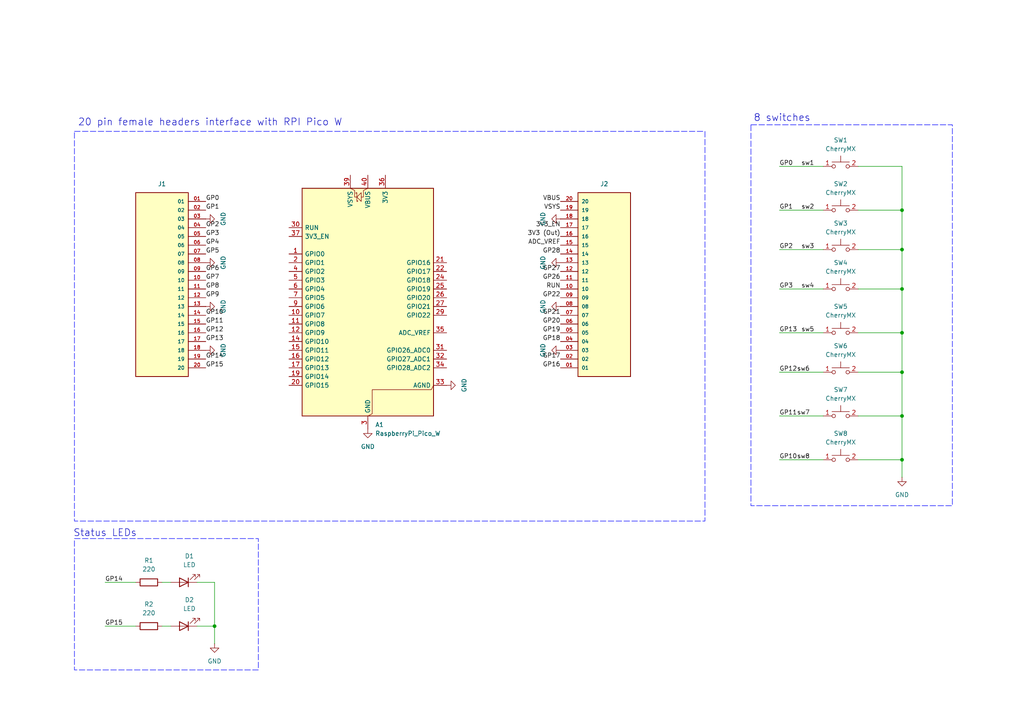
<source format=kicad_sch>
(kicad_sch
	(version 20250114)
	(generator "eeschema")
	(generator_version "9.0")
	(uuid "a9ea1c29-3fe9-4f46-bdab-0b296b7aafd1")
	(paper "A4")
	(lib_symbols
		(symbol "20 pin female:SSW-120-01-G-S-LL"
			(pin_names
				(offset 1.016)
			)
			(exclude_from_sim no)
			(in_bom yes)
			(on_board yes)
			(property "Reference" "J"
				(at -8.12 27.94 0)
				(effects
					(font
						(size 1.27 1.27)
					)
					(justify left bottom)
				)
			)
			(property "Value" "SSW-120-01-G-S-LL"
				(at -7.62 -27.94 0)
				(effects
					(font
						(size 1.27 1.27)
					)
					(justify left bottom)
				)
			)
			(property "Footprint" "SSW-120-01-G-S-LL:SAMTEC_SSW-120-01-G-S-LL"
				(at 0 0 0)
				(effects
					(font
						(size 1.27 1.27)
					)
					(justify bottom)
					(hide yes)
				)
			)
			(property "Datasheet" ""
				(at 0 0 0)
				(effects
					(font
						(size 1.27 1.27)
					)
					(hide yes)
				)
			)
			(property "Description" ""
				(at 0 0 0)
				(effects
					(font
						(size 1.27 1.27)
					)
					(hide yes)
				)
			)
			(property "PARTREV" "R"
				(at 0 0 0)
				(effects
					(font
						(size 1.27 1.27)
					)
					(justify bottom)
					(hide yes)
				)
			)
			(property "STANDARD" "Manufacturer Recommendations"
				(at 0 0 0)
				(effects
					(font
						(size 1.27 1.27)
					)
					(justify bottom)
					(hide yes)
				)
			)
			(property "MANUFACTURER" "Samtec"
				(at 0 0 0)
				(effects
					(font
						(size 1.27 1.27)
					)
					(justify bottom)
					(hide yes)
				)
			)
			(symbol "SSW-120-01-G-S-LL_0_0"
				(rectangle
					(start -7.62 -25.4)
					(end 7.62 27.94)
					(stroke
						(width 0.254)
						(type default)
					)
					(fill
						(type background)
					)
				)
				(pin passive line
					(at -12.7 25.4 0)
					(length 5.08)
					(name "01"
						(effects
							(font
								(size 1.016 1.016)
							)
						)
					)
					(number "01"
						(effects
							(font
								(size 1.016 1.016)
							)
						)
					)
				)
				(pin passive line
					(at -12.7 22.86 0)
					(length 5.08)
					(name "02"
						(effects
							(font
								(size 1.016 1.016)
							)
						)
					)
					(number "02"
						(effects
							(font
								(size 1.016 1.016)
							)
						)
					)
				)
				(pin passive line
					(at -12.7 20.32 0)
					(length 5.08)
					(name "03"
						(effects
							(font
								(size 1.016 1.016)
							)
						)
					)
					(number "03"
						(effects
							(font
								(size 1.016 1.016)
							)
						)
					)
				)
				(pin passive line
					(at -12.7 17.78 0)
					(length 5.08)
					(name "04"
						(effects
							(font
								(size 1.016 1.016)
							)
						)
					)
					(number "04"
						(effects
							(font
								(size 1.016 1.016)
							)
						)
					)
				)
				(pin passive line
					(at -12.7 15.24 0)
					(length 5.08)
					(name "05"
						(effects
							(font
								(size 1.016 1.016)
							)
						)
					)
					(number "05"
						(effects
							(font
								(size 1.016 1.016)
							)
						)
					)
				)
				(pin passive line
					(at -12.7 12.7 0)
					(length 5.08)
					(name "06"
						(effects
							(font
								(size 1.016 1.016)
							)
						)
					)
					(number "06"
						(effects
							(font
								(size 1.016 1.016)
							)
						)
					)
				)
				(pin passive line
					(at -12.7 10.16 0)
					(length 5.08)
					(name "07"
						(effects
							(font
								(size 1.016 1.016)
							)
						)
					)
					(number "07"
						(effects
							(font
								(size 1.016 1.016)
							)
						)
					)
				)
				(pin passive line
					(at -12.7 7.62 0)
					(length 5.08)
					(name "08"
						(effects
							(font
								(size 1.016 1.016)
							)
						)
					)
					(number "08"
						(effects
							(font
								(size 1.016 1.016)
							)
						)
					)
				)
				(pin passive line
					(at -12.7 5.08 0)
					(length 5.08)
					(name "09"
						(effects
							(font
								(size 1.016 1.016)
							)
						)
					)
					(number "09"
						(effects
							(font
								(size 1.016 1.016)
							)
						)
					)
				)
				(pin passive line
					(at -12.7 2.54 0)
					(length 5.08)
					(name "10"
						(effects
							(font
								(size 1.016 1.016)
							)
						)
					)
					(number "10"
						(effects
							(font
								(size 1.016 1.016)
							)
						)
					)
				)
				(pin passive line
					(at -12.7 0 0)
					(length 5.08)
					(name "11"
						(effects
							(font
								(size 1.016 1.016)
							)
						)
					)
					(number "11"
						(effects
							(font
								(size 1.016 1.016)
							)
						)
					)
				)
				(pin passive line
					(at -12.7 -2.54 0)
					(length 5.08)
					(name "12"
						(effects
							(font
								(size 1.016 1.016)
							)
						)
					)
					(number "12"
						(effects
							(font
								(size 1.016 1.016)
							)
						)
					)
				)
				(pin passive line
					(at -12.7 -5.08 0)
					(length 5.08)
					(name "13"
						(effects
							(font
								(size 1.016 1.016)
							)
						)
					)
					(number "13"
						(effects
							(font
								(size 1.016 1.016)
							)
						)
					)
				)
				(pin passive line
					(at -12.7 -7.62 0)
					(length 5.08)
					(name "14"
						(effects
							(font
								(size 1.016 1.016)
							)
						)
					)
					(number "14"
						(effects
							(font
								(size 1.016 1.016)
							)
						)
					)
				)
				(pin passive line
					(at -12.7 -10.16 0)
					(length 5.08)
					(name "15"
						(effects
							(font
								(size 1.016 1.016)
							)
						)
					)
					(number "15"
						(effects
							(font
								(size 1.016 1.016)
							)
						)
					)
				)
				(pin passive line
					(at -12.7 -12.7 0)
					(length 5.08)
					(name "16"
						(effects
							(font
								(size 1.016 1.016)
							)
						)
					)
					(number "16"
						(effects
							(font
								(size 1.016 1.016)
							)
						)
					)
				)
				(pin passive line
					(at -12.7 -15.24 0)
					(length 5.08)
					(name "17"
						(effects
							(font
								(size 1.016 1.016)
							)
						)
					)
					(number "17"
						(effects
							(font
								(size 1.016 1.016)
							)
						)
					)
				)
				(pin passive line
					(at -12.7 -17.78 0)
					(length 5.08)
					(name "18"
						(effects
							(font
								(size 1.016 1.016)
							)
						)
					)
					(number "18"
						(effects
							(font
								(size 1.016 1.016)
							)
						)
					)
				)
				(pin passive line
					(at -12.7 -20.32 0)
					(length 5.08)
					(name "19"
						(effects
							(font
								(size 1.016 1.016)
							)
						)
					)
					(number "19"
						(effects
							(font
								(size 1.016 1.016)
							)
						)
					)
				)
				(pin passive line
					(at -12.7 -22.86 0)
					(length 5.08)
					(name "20"
						(effects
							(font
								(size 1.016 1.016)
							)
						)
					)
					(number "20"
						(effects
							(font
								(size 1.016 1.016)
							)
						)
					)
				)
			)
			(embedded_fonts no)
		)
		(symbol "CherryMX:CherryMX"
			(pin_names
				(offset 0.254)
			)
			(exclude_from_sim no)
			(in_bom yes)
			(on_board yes)
			(property "Reference" "SW"
				(at 2.54 3.175 0)
				(effects
					(font
						(size 1.27 1.27)
					)
				)
			)
			(property "Value" "CherryMX"
				(at 0 -1.905 0)
				(effects
					(font
						(size 1.27 1.27)
					)
				)
			)
			(property "Footprint" ""
				(at 0 0.635 0)
				(effects
					(font
						(size 1.27 1.27)
					)
					(hide yes)
				)
			)
			(property "Datasheet" ""
				(at 0 0.635 0)
				(effects
					(font
						(size 1.27 1.27)
					)
					(hide yes)
				)
			)
			(property "Description" ""
				(at 0 0 0)
				(effects
					(font
						(size 1.27 1.27)
					)
					(hide yes)
				)
			)
			(symbol "CherryMX_1_1"
				(circle
					(center -2.032 0)
					(radius 0.508)
					(stroke
						(width 0)
						(type solid)
					)
					(fill
						(type none)
					)
				)
				(polyline
					(pts
						(xy 0 1.27) (xy 0 3.048)
					)
					(stroke
						(width 0)
						(type solid)
					)
					(fill
						(type none)
					)
				)
				(circle
					(center 2.032 0)
					(radius 0.508)
					(stroke
						(width 0)
						(type solid)
					)
					(fill
						(type none)
					)
				)
				(polyline
					(pts
						(xy 2.54 1.27) (xy -2.54 1.27)
					)
					(stroke
						(width 0)
						(type solid)
					)
					(fill
						(type none)
					)
				)
				(pin passive line
					(at -5.08 0 0)
					(length 2.54)
					(name "~"
						(effects
							(font
								(size 1.27 1.27)
							)
						)
					)
					(number "1"
						(effects
							(font
								(size 1.27 1.27)
							)
						)
					)
				)
				(pin passive line
					(at 5.08 0 180)
					(length 2.54)
					(name "~"
						(effects
							(font
								(size 1.27 1.27)
							)
						)
					)
					(number "2"
						(effects
							(font
								(size 1.27 1.27)
							)
						)
					)
				)
			)
			(embedded_fonts no)
		)
		(symbol "Device:LED"
			(pin_numbers
				(hide yes)
			)
			(pin_names
				(offset 1.016)
				(hide yes)
			)
			(exclude_from_sim no)
			(in_bom yes)
			(on_board yes)
			(property "Reference" "D"
				(at 0 2.54 0)
				(effects
					(font
						(size 1.27 1.27)
					)
				)
			)
			(property "Value" "LED"
				(at 0 -2.54 0)
				(effects
					(font
						(size 1.27 1.27)
					)
				)
			)
			(property "Footprint" ""
				(at 0 0 0)
				(effects
					(font
						(size 1.27 1.27)
					)
					(hide yes)
				)
			)
			(property "Datasheet" "~"
				(at 0 0 0)
				(effects
					(font
						(size 1.27 1.27)
					)
					(hide yes)
				)
			)
			(property "Description" "Light emitting diode"
				(at 0 0 0)
				(effects
					(font
						(size 1.27 1.27)
					)
					(hide yes)
				)
			)
			(property "Sim.Pins" "1=K 2=A"
				(at 0 0 0)
				(effects
					(font
						(size 1.27 1.27)
					)
					(hide yes)
				)
			)
			(property "ki_keywords" "LED diode"
				(at 0 0 0)
				(effects
					(font
						(size 1.27 1.27)
					)
					(hide yes)
				)
			)
			(property "ki_fp_filters" "LED* LED_SMD:* LED_THT:*"
				(at 0 0 0)
				(effects
					(font
						(size 1.27 1.27)
					)
					(hide yes)
				)
			)
			(symbol "LED_0_1"
				(polyline
					(pts
						(xy -3.048 -0.762) (xy -4.572 -2.286) (xy -3.81 -2.286) (xy -4.572 -2.286) (xy -4.572 -1.524)
					)
					(stroke
						(width 0)
						(type default)
					)
					(fill
						(type none)
					)
				)
				(polyline
					(pts
						(xy -1.778 -0.762) (xy -3.302 -2.286) (xy -2.54 -2.286) (xy -3.302 -2.286) (xy -3.302 -1.524)
					)
					(stroke
						(width 0)
						(type default)
					)
					(fill
						(type none)
					)
				)
				(polyline
					(pts
						(xy -1.27 0) (xy 1.27 0)
					)
					(stroke
						(width 0)
						(type default)
					)
					(fill
						(type none)
					)
				)
				(polyline
					(pts
						(xy -1.27 -1.27) (xy -1.27 1.27)
					)
					(stroke
						(width 0.254)
						(type default)
					)
					(fill
						(type none)
					)
				)
				(polyline
					(pts
						(xy 1.27 -1.27) (xy 1.27 1.27) (xy -1.27 0) (xy 1.27 -1.27)
					)
					(stroke
						(width 0.254)
						(type default)
					)
					(fill
						(type none)
					)
				)
			)
			(symbol "LED_1_1"
				(pin passive line
					(at -3.81 0 0)
					(length 2.54)
					(name "K"
						(effects
							(font
								(size 1.27 1.27)
							)
						)
					)
					(number "1"
						(effects
							(font
								(size 1.27 1.27)
							)
						)
					)
				)
				(pin passive line
					(at 3.81 0 180)
					(length 2.54)
					(name "A"
						(effects
							(font
								(size 1.27 1.27)
							)
						)
					)
					(number "2"
						(effects
							(font
								(size 1.27 1.27)
							)
						)
					)
				)
			)
			(embedded_fonts no)
		)
		(symbol "Device:R"
			(pin_numbers
				(hide yes)
			)
			(pin_names
				(offset 0)
			)
			(exclude_from_sim no)
			(in_bom yes)
			(on_board yes)
			(property "Reference" "R"
				(at 2.032 0 90)
				(effects
					(font
						(size 1.27 1.27)
					)
				)
			)
			(property "Value" "R"
				(at 0 0 90)
				(effects
					(font
						(size 1.27 1.27)
					)
				)
			)
			(property "Footprint" ""
				(at -1.778 0 90)
				(effects
					(font
						(size 1.27 1.27)
					)
					(hide yes)
				)
			)
			(property "Datasheet" "~"
				(at 0 0 0)
				(effects
					(font
						(size 1.27 1.27)
					)
					(hide yes)
				)
			)
			(property "Description" "Resistor"
				(at 0 0 0)
				(effects
					(font
						(size 1.27 1.27)
					)
					(hide yes)
				)
			)
			(property "ki_keywords" "R res resistor"
				(at 0 0 0)
				(effects
					(font
						(size 1.27 1.27)
					)
					(hide yes)
				)
			)
			(property "ki_fp_filters" "R_*"
				(at 0 0 0)
				(effects
					(font
						(size 1.27 1.27)
					)
					(hide yes)
				)
			)
			(symbol "R_0_1"
				(rectangle
					(start -1.016 -2.54)
					(end 1.016 2.54)
					(stroke
						(width 0.254)
						(type default)
					)
					(fill
						(type none)
					)
				)
			)
			(symbol "R_1_1"
				(pin passive line
					(at 0 3.81 270)
					(length 1.27)
					(name "~"
						(effects
							(font
								(size 1.27 1.27)
							)
						)
					)
					(number "1"
						(effects
							(font
								(size 1.27 1.27)
							)
						)
					)
				)
				(pin passive line
					(at 0 -3.81 90)
					(length 1.27)
					(name "~"
						(effects
							(font
								(size 1.27 1.27)
							)
						)
					)
					(number "2"
						(effects
							(font
								(size 1.27 1.27)
							)
						)
					)
				)
			)
			(embedded_fonts no)
		)
		(symbol "MCU_Module:RaspberryPi_Pico_W"
			(pin_names
				(offset 0.762)
			)
			(exclude_from_sim no)
			(in_bom yes)
			(on_board yes)
			(property "Reference" "A"
				(at -19.05 35.56 0)
				(effects
					(font
						(size 1.27 1.27)
					)
					(justify left)
				)
			)
			(property "Value" "RaspberryPi_Pico_W"
				(at 7.62 35.56 0)
				(effects
					(font
						(size 1.27 1.27)
					)
					(justify left)
				)
			)
			(property "Footprint" "Module:RaspberryPi_Pico_W_SMD_HandSolder"
				(at 0 -46.99 0)
				(effects
					(font
						(size 1.27 1.27)
					)
					(hide yes)
				)
			)
			(property "Datasheet" "https://datasheets.raspberrypi.com/picow/pico-w-datasheet.pdf"
				(at 0 -49.53 0)
				(effects
					(font
						(size 1.27 1.27)
					)
					(hide yes)
				)
			)
			(property "Description" "Versatile and inexpensive wireless microcontroller module powered by RP2040 dual-core Arm Cortex-M0+ processor up to 133 MHz, 264kB SRAM, 2MB QSPI flash, Infineon CYW43439 2.4GHz 802.11n wireless LAN; also supports Raspberry Pi Pico 2 W"
				(at 0 -52.07 0)
				(effects
					(font
						(size 1.27 1.27)
					)
					(hide yes)
				)
			)
			(property "ki_keywords" "RP2350A M33 RISC-V Hazard3 usb wifi bluetooth"
				(at 0 0 0)
				(effects
					(font
						(size 1.27 1.27)
					)
					(hide yes)
				)
			)
			(property "ki_fp_filters" "RaspberryPi?Pico?Common* RaspberryPi?Pico?W?SMD*"
				(at 0 0 0)
				(effects
					(font
						(size 1.27 1.27)
					)
					(hide yes)
				)
			)
			(symbol "RaspberryPi_Pico_W_0_1"
				(rectangle
					(start -19.05 34.29)
					(end 19.05 -31.75)
					(stroke
						(width 0.254)
						(type default)
					)
					(fill
						(type background)
					)
				)
				(polyline
					(pts
						(xy -5.08 34.29) (xy -3.81 33.655) (xy -3.81 31.75) (xy -3.175 31.75)
					)
					(stroke
						(width 0)
						(type default)
					)
					(fill
						(type none)
					)
				)
				(polyline
					(pts
						(xy -3.429 32.766) (xy -3.429 33.02) (xy -3.175 33.02) (xy -3.175 30.48) (xy -2.921 30.48) (xy -2.921 30.734)
					)
					(stroke
						(width 0)
						(type default)
					)
					(fill
						(type none)
					)
				)
				(polyline
					(pts
						(xy -3.175 31.75) (xy -1.905 33.02) (xy -1.905 30.48) (xy -3.175 31.75)
					)
					(stroke
						(width 0)
						(type default)
					)
					(fill
						(type none)
					)
				)
				(polyline
					(pts
						(xy 0 34.29) (xy -1.27 33.655) (xy -1.27 31.75) (xy -1.905 31.75)
					)
					(stroke
						(width 0)
						(type default)
					)
					(fill
						(type none)
					)
				)
				(polyline
					(pts
						(xy 0 -31.75) (xy 1.27 -31.115) (xy 1.27 -24.13) (xy 18.415 -24.13) (xy 19.05 -22.86)
					)
					(stroke
						(width 0)
						(type default)
					)
					(fill
						(type none)
					)
				)
			)
			(symbol "RaspberryPi_Pico_W_1_1"
				(pin passive line
					(at -22.86 22.86 0)
					(length 3.81)
					(name "RUN"
						(effects
							(font
								(size 1.27 1.27)
							)
						)
					)
					(number "30"
						(effects
							(font
								(size 1.27 1.27)
							)
						)
					)
					(alternate "~{RESET}" passive line)
				)
				(pin passive line
					(at -22.86 20.32 0)
					(length 3.81)
					(name "3V3_EN"
						(effects
							(font
								(size 1.27 1.27)
							)
						)
					)
					(number "37"
						(effects
							(font
								(size 1.27 1.27)
							)
						)
					)
					(alternate "~{3V3_DISABLE}" passive line)
				)
				(pin bidirectional line
					(at -22.86 15.24 0)
					(length 3.81)
					(name "GPIO0"
						(effects
							(font
								(size 1.27 1.27)
							)
						)
					)
					(number "1"
						(effects
							(font
								(size 1.27 1.27)
							)
						)
					)
					(alternate "I2C0_SDA" bidirectional line)
					(alternate "PWM0_A" output line)
					(alternate "SPI0_RX" input line)
					(alternate "UART0_TX" output line)
					(alternate "USB_OVCUR_DET" input line)
				)
				(pin bidirectional line
					(at -22.86 12.7 0)
					(length 3.81)
					(name "GPIO1"
						(effects
							(font
								(size 1.27 1.27)
							)
						)
					)
					(number "2"
						(effects
							(font
								(size 1.27 1.27)
							)
						)
					)
					(alternate "I2C0_SCL" bidirectional clock)
					(alternate "PWM0_B" bidirectional line)
					(alternate "UART0_RX" input line)
					(alternate "USB_VBUS_DET" passive line)
					(alternate "~{SPI0_CSn}" bidirectional line)
				)
				(pin bidirectional line
					(at -22.86 10.16 0)
					(length 3.81)
					(name "GPIO2"
						(effects
							(font
								(size 1.27 1.27)
							)
						)
					)
					(number "4"
						(effects
							(font
								(size 1.27 1.27)
							)
						)
					)
					(alternate "I2C1_SDA" bidirectional line)
					(alternate "PWM1_A" output line)
					(alternate "SPI0_SCK" bidirectional clock)
					(alternate "UART0_CTS" input line)
					(alternate "USB_VBUS_EN" output line)
				)
				(pin bidirectional line
					(at -22.86 7.62 0)
					(length 3.81)
					(name "GPIO3"
						(effects
							(font
								(size 1.27 1.27)
							)
						)
					)
					(number "5"
						(effects
							(font
								(size 1.27 1.27)
							)
						)
					)
					(alternate "I2C1_SCL" bidirectional clock)
					(alternate "PWM1_B" bidirectional line)
					(alternate "SPI0_TX" output line)
					(alternate "UART0_RTS" output line)
					(alternate "USB_OVCUR_DET" input line)
				)
				(pin bidirectional line
					(at -22.86 5.08 0)
					(length 3.81)
					(name "GPIO4"
						(effects
							(font
								(size 1.27 1.27)
							)
						)
					)
					(number "6"
						(effects
							(font
								(size 1.27 1.27)
							)
						)
					)
					(alternate "I2C0_SDA" bidirectional line)
					(alternate "PWM2_A" output line)
					(alternate "SPI0_RX" input line)
					(alternate "UART1_TX" output line)
					(alternate "USB_VBUS_DET" input line)
				)
				(pin bidirectional line
					(at -22.86 2.54 0)
					(length 3.81)
					(name "GPIO5"
						(effects
							(font
								(size 1.27 1.27)
							)
						)
					)
					(number "7"
						(effects
							(font
								(size 1.27 1.27)
							)
						)
					)
					(alternate "I2C0_SCL" bidirectional clock)
					(alternate "PWM2_B" bidirectional line)
					(alternate "UART1_RX" input line)
					(alternate "USB_VBUS_EN" output line)
					(alternate "~{SPI0_CSn}" bidirectional line)
				)
				(pin bidirectional line
					(at -22.86 0 0)
					(length 3.81)
					(name "GPIO6"
						(effects
							(font
								(size 1.27 1.27)
							)
						)
					)
					(number "9"
						(effects
							(font
								(size 1.27 1.27)
							)
						)
					)
					(alternate "I2C1_SDA" bidirectional line)
					(alternate "PWM3_A" output line)
					(alternate "SPI0_SCK" bidirectional clock)
					(alternate "UART1_CTS" input line)
					(alternate "USB_OVCUR_DET" input line)
				)
				(pin bidirectional line
					(at -22.86 -2.54 0)
					(length 3.81)
					(name "GPIO7"
						(effects
							(font
								(size 1.27 1.27)
							)
						)
					)
					(number "10"
						(effects
							(font
								(size 1.27 1.27)
							)
						)
					)
					(alternate "I2C1_SCL" bidirectional clock)
					(alternate "PWM3_B" bidirectional line)
					(alternate "SPI0_TX" output line)
					(alternate "UART1_RTS" output line)
					(alternate "USB_VBUS_DET" input line)
				)
				(pin bidirectional line
					(at -22.86 -5.08 0)
					(length 3.81)
					(name "GPIO8"
						(effects
							(font
								(size 1.27 1.27)
							)
						)
					)
					(number "11"
						(effects
							(font
								(size 1.27 1.27)
							)
						)
					)
					(alternate "I2C0_SDA" bidirectional line)
					(alternate "PWM4_A" output line)
					(alternate "SPI1_RX" input line)
					(alternate "UART1_TX" output line)
					(alternate "USB_VBUS_EN" output line)
				)
				(pin bidirectional line
					(at -22.86 -7.62 0)
					(length 3.81)
					(name "GPIO9"
						(effects
							(font
								(size 1.27 1.27)
							)
						)
					)
					(number "12"
						(effects
							(font
								(size 1.27 1.27)
							)
						)
					)
					(alternate "I2C0_SCL" bidirectional clock)
					(alternate "PWM4_B" bidirectional line)
					(alternate "UART1_RX" input line)
					(alternate "USB_OVCUR_DET" input line)
					(alternate "~{SPI1_CSn}" bidirectional line)
				)
				(pin bidirectional line
					(at -22.86 -10.16 0)
					(length 3.81)
					(name "GPIO10"
						(effects
							(font
								(size 1.27 1.27)
							)
						)
					)
					(number "14"
						(effects
							(font
								(size 1.27 1.27)
							)
						)
					)
					(alternate "I2C1_SDA" bidirectional line)
					(alternate "PWM5_A" output line)
					(alternate "SPI1_SCK" bidirectional clock)
					(alternate "UART1_CTS" input line)
					(alternate "USB_VBUS_DET" input line)
				)
				(pin bidirectional line
					(at -22.86 -12.7 0)
					(length 3.81)
					(name "GPIO11"
						(effects
							(font
								(size 1.27 1.27)
							)
						)
					)
					(number "15"
						(effects
							(font
								(size 1.27 1.27)
							)
						)
					)
					(alternate "I2C1_SCL" bidirectional clock)
					(alternate "PWM5_B" bidirectional line)
					(alternate "SPI1_TX" output line)
					(alternate "UART1_RTS" output line)
					(alternate "USB_VBUS_EN" output line)
				)
				(pin bidirectional line
					(at -22.86 -15.24 0)
					(length 3.81)
					(name "GPIO12"
						(effects
							(font
								(size 1.27 1.27)
							)
						)
					)
					(number "16"
						(effects
							(font
								(size 1.27 1.27)
							)
						)
					)
					(alternate "I2C0_SDA" bidirectional line)
					(alternate "PWM6_A" output line)
					(alternate "SPI1_RX" input line)
					(alternate "UART0_TX" output line)
					(alternate "USB_OVCUR_DET" input line)
				)
				(pin bidirectional line
					(at -22.86 -17.78 0)
					(length 3.81)
					(name "GPIO13"
						(effects
							(font
								(size 1.27 1.27)
							)
						)
					)
					(number "17"
						(effects
							(font
								(size 1.27 1.27)
							)
						)
					)
					(alternate "I2C0_SCL" bidirectional clock)
					(alternate "PWM6_B" bidirectional line)
					(alternate "UART0_RX" input line)
					(alternate "USB_VBUS_DET" input line)
					(alternate "~{SPI1_CSn}" bidirectional line)
				)
				(pin bidirectional line
					(at -22.86 -20.32 0)
					(length 3.81)
					(name "GPIO14"
						(effects
							(font
								(size 1.27 1.27)
							)
						)
					)
					(number "19"
						(effects
							(font
								(size 1.27 1.27)
							)
						)
					)
					(alternate "I2C1_SDA" bidirectional line)
					(alternate "PWM7_A" output line)
					(alternate "SPI1_SCK" bidirectional clock)
					(alternate "UART0_CTS" input line)
					(alternate "USB_VBUS_EN" output line)
				)
				(pin bidirectional line
					(at -22.86 -22.86 0)
					(length 3.81)
					(name "GPIO15"
						(effects
							(font
								(size 1.27 1.27)
							)
						)
					)
					(number "20"
						(effects
							(font
								(size 1.27 1.27)
							)
						)
					)
					(alternate "I2C1_SCL" bidirectional clock)
					(alternate "PWM7_B" bidirectional line)
					(alternate "SPI1_TX" output line)
					(alternate "UART0_RTS" output line)
					(alternate "USB_OVCUR_DET" input line)
				)
				(pin power_in line
					(at -5.08 38.1 270)
					(length 3.81)
					(name "VSYS"
						(effects
							(font
								(size 1.27 1.27)
							)
						)
					)
					(number "39"
						(effects
							(font
								(size 1.27 1.27)
							)
						)
					)
					(alternate "VSYS_OUT" power_out line)
				)
				(pin power_out line
					(at 0 38.1 270)
					(length 3.81)
					(name "VBUS"
						(effects
							(font
								(size 1.27 1.27)
							)
						)
					)
					(number "40"
						(effects
							(font
								(size 1.27 1.27)
							)
						)
					)
					(alternate "VBUS_IN" power_in line)
				)
				(pin passive line
					(at 0 -35.56 90)
					(length 3.81)
					(hide yes)
					(name "GND"
						(effects
							(font
								(size 1.27 1.27)
							)
						)
					)
					(number "13"
						(effects
							(font
								(size 1.27 1.27)
							)
						)
					)
				)
				(pin passive line
					(at 0 -35.56 90)
					(length 3.81)
					(hide yes)
					(name "GND"
						(effects
							(font
								(size 1.27 1.27)
							)
						)
					)
					(number "18"
						(effects
							(font
								(size 1.27 1.27)
							)
						)
					)
				)
				(pin passive line
					(at 0 -35.56 90)
					(length 3.81)
					(hide yes)
					(name "GND"
						(effects
							(font
								(size 1.27 1.27)
							)
						)
					)
					(number "23"
						(effects
							(font
								(size 1.27 1.27)
							)
						)
					)
				)
				(pin passive line
					(at 0 -35.56 90)
					(length 3.81)
					(hide yes)
					(name "GND"
						(effects
							(font
								(size 1.27 1.27)
							)
						)
					)
					(number "28"
						(effects
							(font
								(size 1.27 1.27)
							)
						)
					)
				)
				(pin power_out line
					(at 0 -35.56 90)
					(length 3.81)
					(name "GND"
						(effects
							(font
								(size 1.27 1.27)
							)
						)
					)
					(number "3"
						(effects
							(font
								(size 1.27 1.27)
							)
						)
					)
					(alternate "GND_IN" power_in line)
				)
				(pin passive line
					(at 0 -35.56 90)
					(length 3.81)
					(hide yes)
					(name "GND"
						(effects
							(font
								(size 1.27 1.27)
							)
						)
					)
					(number "38"
						(effects
							(font
								(size 1.27 1.27)
							)
						)
					)
				)
				(pin passive line
					(at 0 -35.56 90)
					(length 3.81)
					(hide yes)
					(name "GND"
						(effects
							(font
								(size 1.27 1.27)
							)
						)
					)
					(number "8"
						(effects
							(font
								(size 1.27 1.27)
							)
						)
					)
				)
				(pin power_out line
					(at 5.08 38.1 270)
					(length 3.81)
					(name "3V3"
						(effects
							(font
								(size 1.27 1.27)
							)
						)
					)
					(number "36"
						(effects
							(font
								(size 1.27 1.27)
							)
						)
					)
				)
				(pin bidirectional line
					(at 22.86 12.7 180)
					(length 3.81)
					(name "GPIO16"
						(effects
							(font
								(size 1.27 1.27)
							)
						)
					)
					(number "21"
						(effects
							(font
								(size 1.27 1.27)
							)
						)
					)
					(alternate "I2C0_SDA" bidirectional line)
					(alternate "PWM0_A" output line)
					(alternate "SPI0_RX" input line)
					(alternate "UART0_TX" output line)
					(alternate "USB_VBUS_DET" input line)
				)
				(pin bidirectional line
					(at 22.86 10.16 180)
					(length 3.81)
					(name "GPIO17"
						(effects
							(font
								(size 1.27 1.27)
							)
						)
					)
					(number "22"
						(effects
							(font
								(size 1.27 1.27)
							)
						)
					)
					(alternate "I2C0_SCL" bidirectional clock)
					(alternate "PWM0_B" bidirectional line)
					(alternate "UART0_RX" input line)
					(alternate "USB_VBUS_EN" output line)
					(alternate "~{SPI0_CSn}" bidirectional line)
				)
				(pin bidirectional line
					(at 22.86 7.62 180)
					(length 3.81)
					(name "GPIO18"
						(effects
							(font
								(size 1.27 1.27)
							)
						)
					)
					(number "24"
						(effects
							(font
								(size 1.27 1.27)
							)
						)
					)
					(alternate "I2C1_SDA" bidirectional line)
					(alternate "PWM1_A" output line)
					(alternate "SPI0_SCK" bidirectional clock)
					(alternate "UART0_CTS" input line)
					(alternate "USB_OVCUR_DET" input line)
				)
				(pin bidirectional line
					(at 22.86 5.08 180)
					(length 3.81)
					(name "GPIO19"
						(effects
							(font
								(size 1.27 1.27)
							)
						)
					)
					(number "25"
						(effects
							(font
								(size 1.27 1.27)
							)
						)
					)
					(alternate "I2C1_SCL" bidirectional clock)
					(alternate "PWM1_B" bidirectional line)
					(alternate "SPI0_TX" output line)
					(alternate "UART0_RTS" output line)
					(alternate "USB_VBUS_DET" input line)
				)
				(pin bidirectional line
					(at 22.86 2.54 180)
					(length 3.81)
					(name "GPIO20"
						(effects
							(font
								(size 1.27 1.27)
							)
						)
					)
					(number "26"
						(effects
							(font
								(size 1.27 1.27)
							)
						)
					)
					(alternate "CLOCK_GPIN0" input clock)
					(alternate "I2C0_SDA" bidirectional line)
					(alternate "PWM2_A" output line)
					(alternate "SPI0_RX" input line)
					(alternate "UART1_TX" output line)
					(alternate "USB_VBUS_EN" output line)
				)
				(pin bidirectional line
					(at 22.86 0 180)
					(length 3.81)
					(name "GPIO21"
						(effects
							(font
								(size 1.27 1.27)
							)
						)
					)
					(number "27"
						(effects
							(font
								(size 1.27 1.27)
							)
						)
					)
					(alternate "CLOCK_GPOUT0" output clock)
					(alternate "I2C0_SCL" bidirectional clock)
					(alternate "PWM2_B" bidirectional line)
					(alternate "UART1_RX" input line)
					(alternate "USB_OVCUR_DET" input line)
					(alternate "~{SPI0_CSn}" bidirectional line)
				)
				(pin bidirectional line
					(at 22.86 -2.54 180)
					(length 3.81)
					(name "GPIO22"
						(effects
							(font
								(size 1.27 1.27)
							)
						)
					)
					(number "29"
						(effects
							(font
								(size 1.27 1.27)
							)
						)
					)
					(alternate "CLOCK_GPIN1" input clock)
					(alternate "I2C1_SDA" bidirectional line)
					(alternate "PWM3_A" output line)
					(alternate "SPI0_SCK" bidirectional clock)
					(alternate "UART1_CTS" input line)
					(alternate "USB_VBUS_DET" input line)
				)
				(pin power_in line
					(at 22.86 -7.62 180)
					(length 3.81)
					(name "ADC_VREF"
						(effects
							(font
								(size 1.27 1.27)
							)
						)
					)
					(number "35"
						(effects
							(font
								(size 1.27 1.27)
							)
						)
					)
				)
				(pin bidirectional line
					(at 22.86 -12.7 180)
					(length 3.81)
					(name "GPIO26_ADC0"
						(effects
							(font
								(size 1.27 1.27)
							)
						)
					)
					(number "31"
						(effects
							(font
								(size 1.27 1.27)
							)
						)
					)
					(alternate "ADC0" input line)
					(alternate "GPIO26" bidirectional line)
					(alternate "I2C1_SDA" bidirectional line)
					(alternate "PWM5_A" output line)
					(alternate "SPI1_SCK" bidirectional clock)
					(alternate "UART1_CTS" input line)
					(alternate "USB_VBUS_EN" output line)
				)
				(pin bidirectional line
					(at 22.86 -15.24 180)
					(length 3.81)
					(name "GPIO27_ADC1"
						(effects
							(font
								(size 1.27 1.27)
							)
						)
					)
					(number "32"
						(effects
							(font
								(size 1.27 1.27)
							)
						)
					)
					(alternate "ADC1" input line)
					(alternate "GPIO27" bidirectional line)
					(alternate "I2C1_SCL" bidirectional clock)
					(alternate "PWM5_B" bidirectional line)
					(alternate "SPI1_TX" output line)
					(alternate "UART1_RTS" output line)
					(alternate "USB_OVCUR_DET" input line)
				)
				(pin bidirectional line
					(at 22.86 -17.78 180)
					(length 3.81)
					(name "GPIO28_ADC2"
						(effects
							(font
								(size 1.27 1.27)
							)
						)
					)
					(number "34"
						(effects
							(font
								(size 1.27 1.27)
							)
						)
					)
					(alternate "ADC2" input line)
					(alternate "GPIO28" bidirectional line)
					(alternate "I2C0_SDA" bidirectional line)
					(alternate "PWM6_A" output line)
					(alternate "SPI1_RX" input line)
					(alternate "UART0_TX" output line)
					(alternate "USB_VBUS_DET" input line)
				)
				(pin power_out line
					(at 22.86 -22.86 180)
					(length 3.81)
					(name "AGND"
						(effects
							(font
								(size 1.27 1.27)
							)
						)
					)
					(number "33"
						(effects
							(font
								(size 1.27 1.27)
							)
						)
					)
					(alternate "GND" passive line)
				)
			)
			(embedded_fonts no)
		)
		(symbol "power:GND"
			(power)
			(pin_numbers
				(hide yes)
			)
			(pin_names
				(offset 0)
				(hide yes)
			)
			(exclude_from_sim no)
			(in_bom yes)
			(on_board yes)
			(property "Reference" "#PWR"
				(at 0 -6.35 0)
				(effects
					(font
						(size 1.27 1.27)
					)
					(hide yes)
				)
			)
			(property "Value" "GND"
				(at 0 -3.81 0)
				(effects
					(font
						(size 1.27 1.27)
					)
				)
			)
			(property "Footprint" ""
				(at 0 0 0)
				(effects
					(font
						(size 1.27 1.27)
					)
					(hide yes)
				)
			)
			(property "Datasheet" ""
				(at 0 0 0)
				(effects
					(font
						(size 1.27 1.27)
					)
					(hide yes)
				)
			)
			(property "Description" "Power symbol creates a global label with name \"GND\" , ground"
				(at 0 0 0)
				(effects
					(font
						(size 1.27 1.27)
					)
					(hide yes)
				)
			)
			(property "ki_keywords" "global power"
				(at 0 0 0)
				(effects
					(font
						(size 1.27 1.27)
					)
					(hide yes)
				)
			)
			(symbol "GND_0_1"
				(polyline
					(pts
						(xy 0 0) (xy 0 -1.27) (xy 1.27 -1.27) (xy 0 -2.54) (xy -1.27 -1.27) (xy 0 -1.27)
					)
					(stroke
						(width 0)
						(type default)
					)
					(fill
						(type none)
					)
				)
			)
			(symbol "GND_1_1"
				(pin power_in line
					(at 0 0 270)
					(length 0)
					(name "~"
						(effects
							(font
								(size 1.27 1.27)
							)
						)
					)
					(number "1"
						(effects
							(font
								(size 1.27 1.27)
							)
						)
					)
				)
			)
			(embedded_fonts no)
		)
	)
	(rectangle
		(start 21.59 156.21)
		(end 74.93 194.31)
		(stroke
			(width 0)
			(type dash)
			(color 0 0 255 1)
		)
		(fill
			(type none)
		)
		(uuid 69ddeb02-5a89-4340-be34-e5fff1704d19)
	)
	(rectangle
		(start 217.805 36.195)
		(end 276.225 146.685)
		(stroke
			(width 0)
			(type dash)
			(color 0 0 255 1)
		)
		(fill
			(type none)
		)
		(uuid 755a2b2c-633f-46b6-b013-badf809ffa66)
	)
	(rectangle
		(start 21.59 38.1)
		(end 204.47 151.13)
		(stroke
			(width 0)
			(type dash)
			(color 0 0 255 1)
		)
		(fill
			(type none)
		)
		(uuid 84bce004-f47c-465f-b649-7712598a3756)
	)
	(text "20 pin female headers interface with RPI Pico W\n"
		(exclude_from_sim no)
		(at 60.96 35.56 0)
		(effects
			(font
				(size 2.032 2.032)
			)
		)
		(uuid "7a2d2692-35f1-4f6c-844b-80e0d44dedbd")
	)
	(text "Status LEDs\n"
		(exclude_from_sim no)
		(at 30.48 154.686 0)
		(effects
			(font
				(size 2.032 2.032)
			)
		)
		(uuid "7b1ad5bb-4240-453c-be2d-bb7d7385b969")
	)
	(text "8 switches\n"
		(exclude_from_sim no)
		(at 226.822 34.29 0)
		(effects
			(font
				(size 2.032 2.032)
			)
		)
		(uuid "e9d46cf6-db61-4302-866d-e4f8da6dde2a")
	)
	(junction
		(at 261.62 107.95)
		(diameter 0)
		(color 0 0 0 0)
		(uuid "07662f04-cea3-4cf0-91f9-06e07ecb28b5")
	)
	(junction
		(at 261.62 72.39)
		(diameter 0)
		(color 0 0 0 0)
		(uuid "29f55295-c5e0-4b7c-9ee3-dfa0bf06fcf1")
	)
	(junction
		(at 261.62 120.65)
		(diameter 0)
		(color 0 0 0 0)
		(uuid "331d31ca-db0d-43d1-b4bb-876ec236ef33")
	)
	(junction
		(at 62.23 181.61)
		(diameter 0)
		(color 0 0 0 0)
		(uuid "7afb5004-2781-4858-ac66-482d38b1170e")
	)
	(junction
		(at 261.62 60.96)
		(diameter 0)
		(color 0 0 0 0)
		(uuid "83ec3260-4d9c-48f2-92fc-e669eedc5d79")
	)
	(junction
		(at 261.62 96.52)
		(diameter 0)
		(color 0 0 0 0)
		(uuid "923b843a-f1d9-4e5c-82f5-2ceae1b9fc5c")
	)
	(junction
		(at 261.62 83.82)
		(diameter 0)
		(color 0 0 0 0)
		(uuid "c634b4d6-9f77-4ec2-87fe-0821678c9821")
	)
	(junction
		(at 261.62 133.35)
		(diameter 0)
		(color 0 0 0 0)
		(uuid "c8459f23-1304-449e-8b69-a4d0cf74a3b7")
	)
	(wire
		(pts
			(xy 226.06 72.39) (xy 238.76 72.39)
		)
		(stroke
			(width 0)
			(type default)
		)
		(uuid "0f1ae37d-0ee2-4719-ba90-1ff9cef2a5be")
	)
	(wire
		(pts
			(xy 46.99 168.91) (xy 49.53 168.91)
		)
		(stroke
			(width 0)
			(type default)
		)
		(uuid "13600b33-ca2f-42e8-9831-6e3737798031")
	)
	(wire
		(pts
			(xy 46.99 181.61) (xy 49.53 181.61)
		)
		(stroke
			(width 0)
			(type default)
		)
		(uuid "1f47cdb4-de3c-4049-afa2-330e32cf8473")
	)
	(wire
		(pts
			(xy 226.06 96.52) (xy 238.76 96.52)
		)
		(stroke
			(width 0)
			(type default)
		)
		(uuid "25296159-d2c2-470a-a805-03807f874d95")
	)
	(wire
		(pts
			(xy 248.92 107.95) (xy 261.62 107.95)
		)
		(stroke
			(width 0)
			(type default)
		)
		(uuid "283c11a6-c919-4898-87c1-75591a3e7d1a")
	)
	(wire
		(pts
			(xy 261.62 48.26) (xy 261.62 60.96)
		)
		(stroke
			(width 0)
			(type default)
		)
		(uuid "2b9fb246-e10e-4a73-892e-2a9e3cdf4cab")
	)
	(wire
		(pts
			(xy 62.23 168.91) (xy 62.23 181.61)
		)
		(stroke
			(width 0)
			(type default)
		)
		(uuid "2bdeb09f-8be0-45de-9eca-85cbf5f6ffb7")
	)
	(wire
		(pts
			(xy 30.48 181.61) (xy 39.37 181.61)
		)
		(stroke
			(width 0)
			(type default)
		)
		(uuid "31516eda-35f5-48f3-82f7-4f547e7772b9")
	)
	(wire
		(pts
			(xy 261.62 133.35) (xy 261.62 138.43)
		)
		(stroke
			(width 0)
			(type default)
		)
		(uuid "35cef9a4-5ae7-4945-aa22-3fda38315fd3")
	)
	(wire
		(pts
			(xy 248.92 133.35) (xy 261.62 133.35)
		)
		(stroke
			(width 0)
			(type default)
		)
		(uuid "42a38394-bdce-43dd-b588-88225e6f81da")
	)
	(wire
		(pts
			(xy 248.92 60.96) (xy 261.62 60.96)
		)
		(stroke
			(width 0)
			(type default)
		)
		(uuid "440bc23d-d0bf-40c8-a359-b204a083a311")
	)
	(wire
		(pts
			(xy 248.92 83.82) (xy 261.62 83.82)
		)
		(stroke
			(width 0)
			(type default)
		)
		(uuid "447a7683-96eb-4e1f-996f-41cbbb22545b")
	)
	(wire
		(pts
			(xy 248.92 72.39) (xy 261.62 72.39)
		)
		(stroke
			(width 0)
			(type default)
		)
		(uuid "5a754433-f556-4e3e-bb8f-6d90f7fbbd79")
	)
	(wire
		(pts
			(xy 261.62 60.96) (xy 261.62 72.39)
		)
		(stroke
			(width 0)
			(type default)
		)
		(uuid "5e33c0a4-12ad-4112-bb67-f04477ac85df")
	)
	(wire
		(pts
			(xy 226.06 60.96) (xy 238.76 60.96)
		)
		(stroke
			(width 0)
			(type default)
		)
		(uuid "60ad55ce-a045-4586-9559-c603bd028299")
	)
	(wire
		(pts
			(xy 261.62 96.52) (xy 261.62 107.95)
		)
		(stroke
			(width 0)
			(type default)
		)
		(uuid "7b8dd4f9-99f7-4851-9d87-ab8e501d840e")
	)
	(wire
		(pts
			(xy 62.23 181.61) (xy 57.15 181.61)
		)
		(stroke
			(width 0)
			(type default)
		)
		(uuid "7ca9c3a9-1913-4ddc-90f2-a38d57a3eb5c")
	)
	(wire
		(pts
			(xy 261.62 83.82) (xy 261.62 96.52)
		)
		(stroke
			(width 0)
			(type default)
		)
		(uuid "a83499b1-643b-4571-afcc-36b0449c97cc")
	)
	(wire
		(pts
			(xy 226.06 83.82) (xy 238.76 83.82)
		)
		(stroke
			(width 0)
			(type default)
		)
		(uuid "b18bc287-ae34-46dc-935f-c108e07ca79c")
	)
	(wire
		(pts
			(xy 62.23 181.61) (xy 62.23 186.69)
		)
		(stroke
			(width 0)
			(type default)
		)
		(uuid "bec71839-1c3a-49b7-a747-3a7f01121c11")
	)
	(wire
		(pts
			(xy 226.06 48.26) (xy 238.76 48.26)
		)
		(stroke
			(width 0)
			(type default)
		)
		(uuid "bf73e846-618d-4e6c-8088-c5258a7ed9f4")
	)
	(wire
		(pts
			(xy 261.62 120.65) (xy 261.62 133.35)
		)
		(stroke
			(width 0)
			(type default)
		)
		(uuid "c7d98af2-cd34-46be-b5df-f0d48be5576d")
	)
	(wire
		(pts
			(xy 248.92 120.65) (xy 261.62 120.65)
		)
		(stroke
			(width 0)
			(type default)
		)
		(uuid "ce7dfe24-974e-44ca-8f1b-a2b1ef672651")
	)
	(wire
		(pts
			(xy 248.92 96.52) (xy 261.62 96.52)
		)
		(stroke
			(width 0)
			(type default)
		)
		(uuid "ce8fb86b-65f1-4c46-aa49-821e8228dfdc")
	)
	(wire
		(pts
			(xy 261.62 107.95) (xy 261.62 120.65)
		)
		(stroke
			(width 0)
			(type default)
		)
		(uuid "cf7035ee-d8a3-446f-880c-c13713acb5f1")
	)
	(wire
		(pts
			(xy 57.15 168.91) (xy 62.23 168.91)
		)
		(stroke
			(width 0)
			(type default)
		)
		(uuid "d3e0cd40-a1ae-4f3c-a2cc-059712b5ed70")
	)
	(wire
		(pts
			(xy 30.48 168.91) (xy 39.37 168.91)
		)
		(stroke
			(width 0)
			(type default)
		)
		(uuid "dd4f92cc-44c7-4208-9f15-7e8dd416eeff")
	)
	(wire
		(pts
			(xy 248.92 48.26) (xy 261.62 48.26)
		)
		(stroke
			(width 0)
			(type default)
		)
		(uuid "e6fad5c6-e580-4386-ad12-a04767d670f3")
	)
	(wire
		(pts
			(xy 226.06 120.65) (xy 238.76 120.65)
		)
		(stroke
			(width 0)
			(type default)
		)
		(uuid "eb2e7537-019d-4956-9e8e-6effdf662c2e")
	)
	(wire
		(pts
			(xy 226.06 107.95) (xy 238.76 107.95)
		)
		(stroke
			(width 0)
			(type default)
		)
		(uuid "fc3259e7-7ea7-4279-a0fa-74baa0f8b073")
	)
	(wire
		(pts
			(xy 261.62 72.39) (xy 261.62 83.82)
		)
		(stroke
			(width 0)
			(type default)
		)
		(uuid "fde4e230-df71-4ae8-8a12-16bd84f60949")
	)
	(wire
		(pts
			(xy 226.06 133.35) (xy 238.76 133.35)
		)
		(stroke
			(width 0)
			(type default)
		)
		(uuid "ff180960-c454-4c4b-a76a-ad5d645d46d4")
	)
	(label "3V3 (Out)"
		(at 162.56 68.58 180)
		(effects
			(font
				(size 1.27 1.27)
			)
			(justify right bottom)
		)
		(uuid "042527e0-62be-43ce-b86f-5a6e66e7e532")
	)
	(label "GP2"
		(at 59.69 66.04 0)
		(effects
			(font
				(size 1.27 1.27)
			)
			(justify left bottom)
		)
		(uuid "10422644-427c-4422-b003-cd82e9d701ca")
	)
	(label "VSYS"
		(at 162.56 60.96 180)
		(effects
			(font
				(size 1.27 1.27)
			)
			(justify right bottom)
		)
		(uuid "15cb0b77-4125-497d-a562-4c84750c9ab3")
	)
	(label "sw7"
		(at 231.14 120.65 0)
		(effects
			(font
				(size 1.27 1.27)
			)
			(justify left bottom)
		)
		(uuid "1cb88e1c-da2b-4c51-aa52-bd6bddbd81ce")
	)
	(label "GP7"
		(at 59.69 81.28 0)
		(effects
			(font
				(size 1.27 1.27)
			)
			(justify left bottom)
		)
		(uuid "2e51d5f2-19a2-4a7b-b70c-167d52a8f028")
	)
	(label "GP13"
		(at 226.06 96.52 0)
		(effects
			(font
				(size 1.27 1.27)
			)
			(justify left bottom)
		)
		(uuid "366967ff-6f6f-48c0-89e5-b48864ef9f99")
	)
	(label "sw1"
		(at 232.41 48.26 0)
		(effects
			(font
				(size 1.27 1.27)
			)
			(justify left bottom)
		)
		(uuid "369774a7-b81b-4d4b-818a-dfa7c892e519")
	)
	(label "GP9"
		(at 59.69 86.36 0)
		(effects
			(font
				(size 1.27 1.27)
			)
			(justify left bottom)
		)
		(uuid "37e5e5e0-1e9a-4a69-b858-78d10819f164")
	)
	(label "VBUS"
		(at 162.56 58.42 180)
		(effects
			(font
				(size 1.27 1.27)
			)
			(justify right bottom)
		)
		(uuid "393e9db4-c738-4dfe-821d-2190c6af793b")
	)
	(label "sw4"
		(at 232.41 83.82 0)
		(effects
			(font
				(size 1.27 1.27)
			)
			(justify left bottom)
		)
		(uuid "3ab7eec8-eeec-4b9e-b4d6-26bab8fe0877")
	)
	(label "GP11"
		(at 226.06 120.65 0)
		(effects
			(font
				(size 1.27 1.27)
			)
			(justify left bottom)
		)
		(uuid "41c58507-a3db-4133-a88d-eedcef7cd427")
	)
	(label "GP5"
		(at 59.69 73.66 0)
		(effects
			(font
				(size 1.27 1.27)
			)
			(justify left bottom)
		)
		(uuid "46c8d61f-acc6-4559-aeca-5a187ea8ff13")
	)
	(label "sw6"
		(at 231.14 107.95 0)
		(effects
			(font
				(size 1.27 1.27)
			)
			(justify left bottom)
		)
		(uuid "480bd3ce-1eeb-44f8-adaa-f32d3b81ee87")
	)
	(label "3V3_EN"
		(at 162.56 66.04 180)
		(effects
			(font
				(size 1.27 1.27)
			)
			(justify right bottom)
		)
		(uuid "482c8f34-bf46-41a4-ac2e-43bf19e37b44")
	)
	(label "GP11"
		(at 59.69 93.98 0)
		(effects
			(font
				(size 1.27 1.27)
			)
			(justify left bottom)
		)
		(uuid "53cac0f9-6d3d-4160-8e9d-89b26d0eff7f")
	)
	(label "sw8"
		(at 231.14 133.35 0)
		(effects
			(font
				(size 1.27 1.27)
			)
			(justify left bottom)
		)
		(uuid "565edaa3-5ac4-4ec8-8420-232197c3b1ba")
	)
	(label "RUN"
		(at 162.56 83.82 180)
		(effects
			(font
				(size 1.27 1.27)
			)
			(justify right bottom)
		)
		(uuid "57bc75eb-8110-4bde-a249-0f6f3e003b9c")
	)
	(label "GP1"
		(at 226.06 60.96 0)
		(effects
			(font
				(size 1.27 1.27)
			)
			(justify left bottom)
		)
		(uuid "581774ca-c6b9-4f56-92f5-6af2a209773a")
	)
	(label "GP17"
		(at 162.56 104.14 180)
		(effects
			(font
				(size 1.27 1.27)
			)
			(justify right bottom)
		)
		(uuid "581b9f95-4298-4178-9765-500295f9b58b")
	)
	(label "GP3"
		(at 226.06 83.82 0)
		(effects
			(font
				(size 1.27 1.27)
			)
			(justify left bottom)
		)
		(uuid "58fefb2a-3c5c-45b5-9e59-c10c50dbcd6a")
	)
	(label "GP14"
		(at 59.69 104.14 0)
		(effects
			(font
				(size 1.27 1.27)
			)
			(justify left bottom)
		)
		(uuid "60207dc6-46cf-45e6-b66e-f53feebedc34")
	)
	(label "GP3"
		(at 59.69 68.58 0)
		(effects
			(font
				(size 1.27 1.27)
			)
			(justify left bottom)
		)
		(uuid "646f1d28-09ee-4fc6-a95e-8bfa21dc6c0d")
	)
	(label "GP10"
		(at 59.69 91.44 0)
		(effects
			(font
				(size 1.27 1.27)
			)
			(justify left bottom)
		)
		(uuid "65f4ac7d-d363-4bf6-87d5-ea6ae881ce6d")
	)
	(label "GP0"
		(at 59.69 58.42 0)
		(effects
			(font
				(size 1.27 1.27)
			)
			(justify left bottom)
		)
		(uuid "68519e9f-b898-4042-be1b-60c8b3335b5f")
	)
	(label "GP18"
		(at 162.56 99.06 180)
		(effects
			(font
				(size 1.27 1.27)
			)
			(justify right bottom)
		)
		(uuid "6a3e5730-96a6-4057-afaa-06c78fca3b91")
	)
	(label "GP21"
		(at 162.56 91.44 180)
		(effects
			(font
				(size 1.27 1.27)
			)
			(justify right bottom)
		)
		(uuid "737012a7-9377-4a3e-b5ea-8f3563b1c0e9")
	)
	(label "GP14"
		(at 30.48 168.91 0)
		(effects
			(font
				(size 1.27 1.27)
			)
			(justify left bottom)
		)
		(uuid "7465f824-2f47-4707-9925-9a98016947d6")
	)
	(label "GP10"
		(at 226.06 133.35 0)
		(effects
			(font
				(size 1.27 1.27)
			)
			(justify left bottom)
		)
		(uuid "78a0fb2f-209c-4466-be2a-d48a951ecf44")
	)
	(label "sw5"
		(at 232.41 96.52 0)
		(effects
			(font
				(size 1.27 1.27)
			)
			(justify left bottom)
		)
		(uuid "78e054af-c829-43a2-9c40-b9d59b83bbb8")
	)
	(label "GP13"
		(at 59.69 99.06 0)
		(effects
			(font
				(size 1.27 1.27)
			)
			(justify left bottom)
		)
		(uuid "7dd4c0e2-7334-4636-98a7-39aa9e5d86d5")
	)
	(label "GP22"
		(at 162.56 86.36 180)
		(effects
			(font
				(size 1.27 1.27)
			)
			(justify right bottom)
		)
		(uuid "892b03c4-6fad-4730-9072-aa641d533ac0")
	)
	(label "GP12"
		(at 226.06 107.95 0)
		(effects
			(font
				(size 1.27 1.27)
			)
			(justify left bottom)
		)
		(uuid "911999fb-308b-420c-8ad5-092007423b22")
	)
	(label "GP0"
		(at 226.06 48.26 0)
		(effects
			(font
				(size 1.27 1.27)
			)
			(justify left bottom)
		)
		(uuid "9215e332-6f42-4022-aead-b9efe51790c7")
	)
	(label "sw2"
		(at 232.41 60.96 0)
		(effects
			(font
				(size 1.27 1.27)
			)
			(justify left bottom)
		)
		(uuid "964368aa-f5cd-4867-b737-e22625adc939")
	)
	(label "GP12"
		(at 59.69 96.52 0)
		(effects
			(font
				(size 1.27 1.27)
			)
			(justify left bottom)
		)
		(uuid "966db767-1f24-4712-869e-75adc71d491c")
	)
	(label "GP2"
		(at 226.06 72.39 0)
		(effects
			(font
				(size 1.27 1.27)
			)
			(justify left bottom)
		)
		(uuid "9be6beb3-97f7-436a-aacd-275296c35e20")
	)
	(label "GP15"
		(at 30.48 181.61 0)
		(effects
			(font
				(size 1.27 1.27)
			)
			(justify left bottom)
		)
		(uuid "9dc0a710-7660-4364-b417-e2eb96798007")
	)
	(label "sw3"
		(at 232.41 72.39 0)
		(effects
			(font
				(size 1.27 1.27)
			)
			(justify left bottom)
		)
		(uuid "9ebfe99d-d3a4-4416-acfb-02a786701cb6")
	)
	(label "GP27"
		(at 162.56 78.74 180)
		(effects
			(font
				(size 1.27 1.27)
			)
			(justify right bottom)
		)
		(uuid "a9c424bf-81da-4e2e-b3d7-8aabd9b044a1")
	)
	(label "GP1"
		(at 59.69 60.96 0)
		(effects
			(font
				(size 1.27 1.27)
			)
			(justify left bottom)
		)
		(uuid "ad56c68b-ae61-4b46-8405-9b74d33be633")
	)
	(label "GP16"
		(at 162.56 106.68 180)
		(effects
			(font
				(size 1.27 1.27)
			)
			(justify right bottom)
		)
		(uuid "b256596c-8418-4212-85ff-a60dbe8e9600")
	)
	(label "GP4"
		(at 59.69 71.12 0)
		(effects
			(font
				(size 1.27 1.27)
			)
			(justify left bottom)
		)
		(uuid "bf19df68-2f8f-4c14-bf22-5d031dcb463c")
	)
	(label "GP6"
		(at 59.69 78.74 0)
		(effects
			(font
				(size 1.27 1.27)
			)
			(justify left bottom)
		)
		(uuid "cd8da46d-597d-45a8-8beb-d4623bcb6a34")
	)
	(label "GP19"
		(at 162.56 96.52 180)
		(effects
			(font
				(size 1.27 1.27)
			)
			(justify right bottom)
		)
		(uuid "d7535ca7-50b3-45ff-84f2-5fcc5637e075")
	)
	(label "ADC_VREF"
		(at 162.56 71.12 180)
		(effects
			(font
				(size 1.27 1.27)
			)
			(justify right bottom)
		)
		(uuid "d9bd2798-dd45-4c9f-b733-4882de19a71d")
	)
	(label "GP28"
		(at 162.56 73.66 180)
		(effects
			(font
				(size 1.27 1.27)
			)
			(justify right bottom)
		)
		(uuid "e1f89ab3-12b9-4b97-872c-71da5e0cc022")
	)
	(label "GP26"
		(at 162.56 81.28 180)
		(effects
			(font
				(size 1.27 1.27)
			)
			(justify right bottom)
		)
		(uuid "f0946966-218a-4da8-b3ea-32b128b7f353")
	)
	(label "GP15"
		(at 59.69 106.68 0)
		(effects
			(font
				(size 1.27 1.27)
			)
			(justify left bottom)
		)
		(uuid "f274f48c-a6ed-4f03-86fb-d64c238ccf2c")
	)
	(label "GP20"
		(at 162.56 93.98 180)
		(effects
			(font
				(size 1.27 1.27)
			)
			(justify right bottom)
		)
		(uuid "f6bd92e6-6a3a-4747-967d-327a98e741b9")
	)
	(label "GP8"
		(at 59.69 83.82 0)
		(effects
			(font
				(size 1.27 1.27)
			)
			(justify left bottom)
		)
		(uuid "f7b8525d-b843-4ceb-b534-f01a5a4d6fdf")
	)
	(symbol
		(lib_id "power:GND")
		(at 106.68 124.46 0)
		(unit 1)
		(exclude_from_sim no)
		(in_bom yes)
		(on_board yes)
		(dnp no)
		(fields_autoplaced yes)
		(uuid "01f9214f-ae42-4d16-bf90-0d22b7828fa5")
		(property "Reference" "#PWR05"
			(at 106.68 130.81 0)
			(effects
				(font
					(size 1.27 1.27)
				)
				(hide yes)
			)
		)
		(property "Value" "GND"
			(at 106.68 129.54 0)
			(effects
				(font
					(size 1.27 1.27)
				)
			)
		)
		(property "Footprint" ""
			(at 106.68 124.46 0)
			(effects
				(font
					(size 1.27 1.27)
				)
				(hide yes)
			)
		)
		(property "Datasheet" ""
			(at 106.68 124.46 0)
			(effects
				(font
					(size 1.27 1.27)
				)
				(hide yes)
			)
		)
		(property "Description" "Power symbol creates a global label with name \"GND\" , ground"
			(at 106.68 124.46 0)
			(effects
				(font
					(size 1.27 1.27)
				)
				(hide yes)
			)
		)
		(pin "1"
			(uuid "f7ab0191-6c55-4719-9f5d-761bade74aaf")
		)
		(instances
			(project "Macro_Pad"
				(path "/a9ea1c29-3fe9-4f46-bdab-0b296b7aafd1"
					(reference "#PWR05")
					(unit 1)
				)
			)
		)
	)
	(symbol
		(lib_id "Device:R")
		(at 43.18 168.91 90)
		(unit 1)
		(exclude_from_sim no)
		(in_bom yes)
		(on_board yes)
		(dnp no)
		(fields_autoplaced yes)
		(uuid "0293610d-6075-4508-bdb1-39dfc26ddfd4")
		(property "Reference" "R1"
			(at 43.18 162.56 90)
			(effects
				(font
					(size 1.27 1.27)
				)
			)
		)
		(property "Value" "220"
			(at 43.18 165.1 90)
			(effects
				(font
					(size 1.27 1.27)
				)
			)
		)
		(property "Footprint" "Resistor_THT:R_Axial_DIN0207_L6.3mm_D2.5mm_P10.16mm_Horizontal"
			(at 43.18 170.688 90)
			(effects
				(font
					(size 1.27 1.27)
				)
				(hide yes)
			)
		)
		(property "Datasheet" "~"
			(at 43.18 168.91 0)
			(effects
				(font
					(size 1.27 1.27)
				)
				(hide yes)
			)
		)
		(property "Description" "Resistor"
			(at 43.18 168.91 0)
			(effects
				(font
					(size 1.27 1.27)
				)
				(hide yes)
			)
		)
		(pin "2"
			(uuid "57348960-a606-4b17-ab01-9159b8e976d2")
		)
		(pin "1"
			(uuid "09090a56-4cce-4d69-97b5-46848e271203")
		)
		(instances
			(project ""
				(path "/a9ea1c29-3fe9-4f46-bdab-0b296b7aafd1"
					(reference "R1")
					(unit 1)
				)
			)
		)
	)
	(symbol
		(lib_id "20 pin female:SSW-120-01-G-S-LL")
		(at 46.99 83.82 0)
		(mirror y)
		(unit 1)
		(exclude_from_sim no)
		(in_bom yes)
		(on_board yes)
		(dnp no)
		(fields_autoplaced yes)
		(uuid "08f8704d-b5c5-4bfb-8a70-ed11b490a1a4")
		(property "Reference" "J1"
			(at 46.99 53.34 0)
			(effects
				(font
					(size 1.27 1.27)
				)
			)
		)
		(property "Value" "SSW-120-01-G-S-LL"
			(at 38.1 83.8199 0)
			(effects
				(font
					(size 1.27 1.27)
				)
				(justify left)
				(hide yes)
			)
		)
		(property "Footprint" "20_pin_female:SAMTEC_SSW-120-01-G-S-LL"
			(at 46.99 83.82 0)
			(effects
				(font
					(size 1.27 1.27)
				)
				(justify bottom)
				(hide yes)
			)
		)
		(property "Datasheet" ""
			(at 46.99 83.82 0)
			(effects
				(font
					(size 1.27 1.27)
				)
				(hide yes)
			)
		)
		(property "Description" ""
			(at 46.99 83.82 0)
			(effects
				(font
					(size 1.27 1.27)
				)
				(hide yes)
			)
		)
		(property "PARTREV" "R"
			(at 46.99 83.82 0)
			(effects
				(font
					(size 1.27 1.27)
				)
				(justify bottom)
				(hide yes)
			)
		)
		(property "STANDARD" "Manufacturer Recommendations"
			(at 46.99 83.82 0)
			(effects
				(font
					(size 1.27 1.27)
				)
				(justify bottom)
				(hide yes)
			)
		)
		(property "MANUFACTURER" "Samtec"
			(at 46.99 83.82 0)
			(effects
				(font
					(size 1.27 1.27)
				)
				(justify bottom)
				(hide yes)
			)
		)
		(pin "11"
			(uuid "91f8173f-6c4d-42db-84d8-b539dd6fd49b")
		)
		(pin "14"
			(uuid "74455ff9-ca59-4b58-962c-078102dcd86c")
		)
		(pin "01"
			(uuid "588226b1-852f-4920-90c7-cde45ff210f1")
		)
		(pin "07"
			(uuid "98a6117b-1b59-483a-bb18-b0405f25aee1")
		)
		(pin "10"
			(uuid "1c16fb54-cadd-40fe-b21d-4722f90b7c80")
		)
		(pin "12"
			(uuid "1aea3c55-5d79-4896-ae4a-b11e5edc4e79")
		)
		(pin "17"
			(uuid "193e141c-51ce-4a02-a3b3-b2c298a58264")
		)
		(pin "04"
			(uuid "f5a03f56-e3ac-4775-8274-01edc3de2943")
		)
		(pin "08"
			(uuid "79ac85b2-2ae7-4908-b191-884c28f5a223")
		)
		(pin "03"
			(uuid "e25f9b9f-fdd5-493f-875e-64de2ea10c5d")
		)
		(pin "02"
			(uuid "00fc7555-2e91-4d2a-adeb-8b1f5551b1e0")
		)
		(pin "18"
			(uuid "3d64b6f9-2382-4a8d-af06-55a384052f56")
		)
		(pin "16"
			(uuid "1afa9f99-8b72-4910-bcb1-3dd31cb95293")
		)
		(pin "13"
			(uuid "14b59916-e9dc-4553-9bc3-9acd000b1040")
		)
		(pin "06"
			(uuid "3626f1ca-20a7-4ebf-a0b3-34d65e27d4d4")
		)
		(pin "15"
			(uuid "4241f259-e4a2-4f1a-8138-67ae36cafe2f")
		)
		(pin "19"
			(uuid "8c387d10-1a54-4e17-8a78-7dc66bc53fc5")
		)
		(pin "20"
			(uuid "ad44969f-9dbd-4c21-9348-d5a1e21e2789")
		)
		(pin "05"
			(uuid "ef9485fe-4e36-4057-9ced-926b856e42c9")
		)
		(pin "09"
			(uuid "6c282f0a-0283-4389-98ed-2034db557c44")
		)
		(instances
			(project ""
				(path "/a9ea1c29-3fe9-4f46-bdab-0b296b7aafd1"
					(reference "J1")
					(unit 1)
				)
			)
		)
	)
	(symbol
		(lib_id "CherryMX:CherryMX")
		(at 243.84 107.95 0)
		(unit 1)
		(exclude_from_sim no)
		(in_bom yes)
		(on_board yes)
		(dnp no)
		(fields_autoplaced yes)
		(uuid "1d5b0899-567c-4772-99d3-88a47f5e776c")
		(property "Reference" "SW6"
			(at 243.84 100.33 0)
			(effects
				(font
					(size 1.27 1.27)
				)
			)
		)
		(property "Value" "CherryMX"
			(at 243.84 102.87 0)
			(effects
				(font
					(size 1.27 1.27)
				)
			)
		)
		(property "Footprint" "Button_Switch_Keyboard:SW_Cherry_MX_1.00u_PCB"
			(at 243.84 107.315 0)
			(effects
				(font
					(size 1.27 1.27)
				)
				(hide yes)
			)
		)
		(property "Datasheet" ""
			(at 243.84 107.315 0)
			(effects
				(font
					(size 1.27 1.27)
				)
				(hide yes)
			)
		)
		(property "Description" ""
			(at 243.84 107.95 0)
			(effects
				(font
					(size 1.27 1.27)
				)
				(hide yes)
			)
		)
		(pin "2"
			(uuid "c93279f5-3afd-4a8e-a6d7-39c45ca999b3")
		)
		(pin "1"
			(uuid "32017605-d8dc-43cd-a13a-51ffdaeebe8b")
		)
		(instances
			(project "Macro_Pad"
				(path "/a9ea1c29-3fe9-4f46-bdab-0b296b7aafd1"
					(reference "SW6")
					(unit 1)
				)
			)
		)
	)
	(symbol
		(lib_id "CherryMX:CherryMX")
		(at 243.84 48.26 0)
		(unit 1)
		(exclude_from_sim no)
		(in_bom yes)
		(on_board yes)
		(dnp no)
		(fields_autoplaced yes)
		(uuid "2c621351-6cb8-41d1-be9a-4ee162b8f5ff")
		(property "Reference" "SW1"
			(at 243.84 40.64 0)
			(effects
				(font
					(size 1.27 1.27)
				)
			)
		)
		(property "Value" "CherryMX"
			(at 243.84 43.18 0)
			(effects
				(font
					(size 1.27 1.27)
				)
			)
		)
		(property "Footprint" "Button_Switch_Keyboard:SW_Cherry_MX_1.00u_PCB"
			(at 243.84 47.625 0)
			(effects
				(font
					(size 1.27 1.27)
				)
				(hide yes)
			)
		)
		(property "Datasheet" ""
			(at 243.84 47.625 0)
			(effects
				(font
					(size 1.27 1.27)
				)
				(hide yes)
			)
		)
		(property "Description" ""
			(at 243.84 48.26 0)
			(effects
				(font
					(size 1.27 1.27)
				)
				(hide yes)
			)
		)
		(pin "2"
			(uuid "d252c056-7b09-4d38-b4ab-d1e053a11ed7")
		)
		(pin "1"
			(uuid "4223091e-5927-4ea1-9e22-74ccd213a2dd")
		)
		(instances
			(project ""
				(path "/a9ea1c29-3fe9-4f46-bdab-0b296b7aafd1"
					(reference "SW1")
					(unit 1)
				)
			)
		)
	)
	(symbol
		(lib_id "MCU_Module:RaspberryPi_Pico_W")
		(at 106.68 88.9 0)
		(unit 1)
		(exclude_from_sim no)
		(in_bom no)
		(on_board no)
		(dnp no)
		(fields_autoplaced yes)
		(uuid "39ed3074-b225-47dc-94cf-134852f44b1e")
		(property "Reference" "A1"
			(at 108.8233 123.19 0)
			(effects
				(font
					(size 1.27 1.27)
				)
				(justify left)
			)
		)
		(property "Value" "RaspberryPi_Pico_W"
			(at 108.8233 125.73 0)
			(effects
				(font
					(size 1.27 1.27)
				)
				(justify left)
			)
		)
		(property "Footprint" "Module:RaspberryPi_Pico_W_SMD_HandSolder"
			(at 106.68 135.89 0)
			(effects
				(font
					(size 1.27 1.27)
				)
				(hide yes)
			)
		)
		(property "Datasheet" "https://datasheets.raspberrypi.com/picow/pico-w-datasheet.pdf"
			(at 106.68 138.43 0)
			(effects
				(font
					(size 1.27 1.27)
				)
				(hide yes)
			)
		)
		(property "Description" "Versatile and inexpensive wireless microcontroller module powered by RP2040 dual-core Arm Cortex-M0+ processor up to 133 MHz, 264kB SRAM, 2MB QSPI flash, Infineon CYW43439 2.4GHz 802.11n wireless LAN; also supports Raspberry Pi Pico 2 W"
			(at 106.68 140.97 0)
			(effects
				(font
					(size 1.27 1.27)
				)
				(hide yes)
			)
		)
		(pin "11"
			(uuid "58eddeec-a9ec-468b-b269-b5f633b853b7")
		)
		(pin "3"
			(uuid "e8e6c695-9b82-483f-8d8f-e724a8ccbe67")
		)
		(pin "10"
			(uuid "a08a95fb-412b-4143-95f1-b22d82688f48")
		)
		(pin "16"
			(uuid "a72ae291-c546-4cf8-95d1-5e5ecf71ebe5")
		)
		(pin "9"
			(uuid "754f7906-ac9b-4c3f-bffa-1bf892a3e8cd")
		)
		(pin "6"
			(uuid "944969a6-c674-447d-88e9-e5d7b00d3b7d")
		)
		(pin "15"
			(uuid "29fac719-c5e9-4079-a120-6def5c8267f0")
		)
		(pin "19"
			(uuid "42db68bf-3f5c-41f1-b585-a0b616294f03")
		)
		(pin "13"
			(uuid "31f19990-2f16-4f6c-8acf-ea616ac46696")
		)
		(pin "31"
			(uuid "f596ba34-e00f-46a9-afd9-99f47aab1d81")
		)
		(pin "34"
			(uuid "0acc46ec-2b9c-4318-a6e0-7c92a6599328")
		)
		(pin "35"
			(uuid "63edb82f-a276-438d-9d89-53916bd8a44a")
		)
		(pin "4"
			(uuid "a71727eb-98a6-4f62-a287-5e79470deac1")
		)
		(pin "5"
			(uuid "02dfe98d-daa9-4304-b558-65eac741870f")
		)
		(pin "40"
			(uuid "62b179e0-bc54-4f14-88bf-36e427870bab")
		)
		(pin "23"
			(uuid "24baeadd-6ade-4a82-b1e5-2d19555eac2f")
		)
		(pin "39"
			(uuid "c52bbc86-aab8-494f-8f46-7ee972f94165")
		)
		(pin "1"
			(uuid "6b01f94a-61a4-4310-9dc6-1fdd5f546012")
		)
		(pin "2"
			(uuid "957ce4a0-a33c-4a10-804c-4ffcc0289a45")
		)
		(pin "18"
			(uuid "d86e97c0-4341-47cc-80ff-d0ce4c464f13")
		)
		(pin "30"
			(uuid "e1a2310b-51af-4609-af32-e6af4de59e16")
		)
		(pin "37"
			(uuid "03ae1df8-f5ed-489b-9853-b37c12aaac8f")
		)
		(pin "12"
			(uuid "7f1560c0-e32d-44a1-90ac-b63c0c69f3a6")
		)
		(pin "14"
			(uuid "1ec82499-595f-421a-97a4-2e74c1952ab8")
		)
		(pin "20"
			(uuid "2718ecc2-3183-4214-885f-2717ef8d9444")
		)
		(pin "7"
			(uuid "3f340666-562b-44b7-8320-7477aec0a56e")
		)
		(pin "17"
			(uuid "0068c430-4e41-4cfd-80e0-b20642c1e67b")
		)
		(pin "28"
			(uuid "04d470cc-b7ee-4d90-a1ca-2e4c8b691aa2")
		)
		(pin "38"
			(uuid "10978227-b085-4e1d-a39d-8affe9d9a1d0")
		)
		(pin "8"
			(uuid "3ef7a123-ed8c-4506-b097-501fe8b37dbe")
		)
		(pin "36"
			(uuid "239ba3ef-b495-4eeb-8899-b63a6c2c85ae")
		)
		(pin "21"
			(uuid "93dcf63f-5b36-4080-b56a-bdf5b3d5da15")
		)
		(pin "22"
			(uuid "a8564e3e-3aa6-4123-993e-9926a70c9c70")
		)
		(pin "24"
			(uuid "1dba957c-ed4c-4b46-91e0-4b15e6e6aae9")
		)
		(pin "25"
			(uuid "b0a15fb5-f63e-4826-86cf-80304a0e87ea")
		)
		(pin "26"
			(uuid "1482d93c-09fa-4eb9-96d9-b658327de872")
		)
		(pin "27"
			(uuid "27b9bc38-3248-44d7-a2ed-636ea06abd24")
		)
		(pin "29"
			(uuid "f87394c3-dcc9-4df8-a719-e35b1c2772c2")
		)
		(pin "32"
			(uuid "44e82a3d-6d77-4522-b408-4590052cc7f6")
		)
		(pin "33"
			(uuid "100339a3-b0bb-4aa4-a14e-3548e58d0167")
		)
		(instances
			(project ""
				(path "/a9ea1c29-3fe9-4f46-bdab-0b296b7aafd1"
					(reference "A1")
					(unit 1)
				)
			)
		)
	)
	(symbol
		(lib_id "power:GND")
		(at 59.69 88.9 90)
		(unit 1)
		(exclude_from_sim no)
		(in_bom yes)
		(on_board yes)
		(dnp no)
		(fields_autoplaced yes)
		(uuid "3ccbb3e4-a32d-477e-84a5-68ba6a71fddc")
		(property "Reference" "#PWR08"
			(at 66.04 88.9 0)
			(effects
				(font
					(size 1.27 1.27)
				)
				(hide yes)
			)
		)
		(property "Value" "GND"
			(at 64.77 88.9 0)
			(effects
				(font
					(size 1.27 1.27)
				)
			)
		)
		(property "Footprint" ""
			(at 59.69 88.9 0)
			(effects
				(font
					(size 1.27 1.27)
				)
				(hide yes)
			)
		)
		(property "Datasheet" ""
			(at 59.69 88.9 0)
			(effects
				(font
					(size 1.27 1.27)
				)
				(hide yes)
			)
		)
		(property "Description" "Power symbol creates a global label with name \"GND\" , ground"
			(at 59.69 88.9 0)
			(effects
				(font
					(size 1.27 1.27)
				)
				(hide yes)
			)
		)
		(pin "1"
			(uuid "c12b8684-aba5-46e7-b14e-95ed504edca8")
		)
		(instances
			(project ""
				(path "/a9ea1c29-3fe9-4f46-bdab-0b296b7aafd1"
					(reference "#PWR08")
					(unit 1)
				)
			)
		)
	)
	(symbol
		(lib_id "CherryMX:CherryMX")
		(at 243.84 83.82 0)
		(unit 1)
		(exclude_from_sim no)
		(in_bom yes)
		(on_board yes)
		(dnp no)
		(fields_autoplaced yes)
		(uuid "5e6153eb-6dc2-446d-be3b-c28e0ba8fce8")
		(property "Reference" "SW4"
			(at 243.84 76.2 0)
			(effects
				(font
					(size 1.27 1.27)
				)
			)
		)
		(property "Value" "CherryMX"
			(at 243.84 78.74 0)
			(effects
				(font
					(size 1.27 1.27)
				)
			)
		)
		(property "Footprint" "Button_Switch_Keyboard:SW_Cherry_MX_1.00u_PCB"
			(at 243.84 83.185 0)
			(effects
				(font
					(size 1.27 1.27)
				)
				(hide yes)
			)
		)
		(property "Datasheet" ""
			(at 243.84 83.185 0)
			(effects
				(font
					(size 1.27 1.27)
				)
				(hide yes)
			)
		)
		(property "Description" ""
			(at 243.84 83.82 0)
			(effects
				(font
					(size 1.27 1.27)
				)
				(hide yes)
			)
		)
		(pin "2"
			(uuid "990cf320-8f0c-4b77-9c5d-62b8617be76e")
		)
		(pin "1"
			(uuid "7c9d9fc2-11bf-4b1f-a4d4-e59f748b5f67")
		)
		(instances
			(project "Macro_Pad"
				(path "/a9ea1c29-3fe9-4f46-bdab-0b296b7aafd1"
					(reference "SW4")
					(unit 1)
				)
			)
		)
	)
	(symbol
		(lib_id "power:GND")
		(at 129.54 111.76 90)
		(unit 1)
		(exclude_from_sim no)
		(in_bom yes)
		(on_board yes)
		(dnp no)
		(fields_autoplaced yes)
		(uuid "688dff94-4b95-40c7-b8f0-ed71267900ad")
		(property "Reference" "#PWR07"
			(at 135.89 111.76 0)
			(effects
				(font
					(size 1.27 1.27)
				)
				(hide yes)
			)
		)
		(property "Value" "GND"
			(at 134.62 111.76 0)
			(effects
				(font
					(size 1.27 1.27)
				)
			)
		)
		(property "Footprint" ""
			(at 129.54 111.76 0)
			(effects
				(font
					(size 1.27 1.27)
				)
				(hide yes)
			)
		)
		(property "Datasheet" ""
			(at 129.54 111.76 0)
			(effects
				(font
					(size 1.27 1.27)
				)
				(hide yes)
			)
		)
		(property "Description" "Power symbol creates a global label with name \"GND\" , ground"
			(at 129.54 111.76 0)
			(effects
				(font
					(size 1.27 1.27)
				)
				(hide yes)
			)
		)
		(pin "1"
			(uuid "2ee8864c-a4c7-4185-86e4-ee20edb4b025")
		)
		(instances
			(project "Macro_Pad"
				(path "/a9ea1c29-3fe9-4f46-bdab-0b296b7aafd1"
					(reference "#PWR07")
					(unit 1)
				)
			)
		)
	)
	(symbol
		(lib_id "power:GND")
		(at 162.56 76.2 270)
		(unit 1)
		(exclude_from_sim no)
		(in_bom yes)
		(on_board yes)
		(dnp no)
		(fields_autoplaced yes)
		(uuid "6a7cd3a5-5dec-427c-8852-d8eef094834a")
		(property "Reference" "#PWR012"
			(at 156.21 76.2 0)
			(effects
				(font
					(size 1.27 1.27)
				)
				(hide yes)
			)
		)
		(property "Value" "GND"
			(at 157.48 76.2 0)
			(effects
				(font
					(size 1.27 1.27)
				)
			)
		)
		(property "Footprint" ""
			(at 162.56 76.2 0)
			(effects
				(font
					(size 1.27 1.27)
				)
				(hide yes)
			)
		)
		(property "Datasheet" ""
			(at 162.56 76.2 0)
			(effects
				(font
					(size 1.27 1.27)
				)
				(hide yes)
			)
		)
		(property "Description" "Power symbol creates a global label with name \"GND\" , ground"
			(at 162.56 76.2 0)
			(effects
				(font
					(size 1.27 1.27)
				)
				(hide yes)
			)
		)
		(pin "1"
			(uuid "80dda261-d461-42a6-bad7-fbc9a61e745d")
		)
		(instances
			(project "Macro_Pad"
				(path "/a9ea1c29-3fe9-4f46-bdab-0b296b7aafd1"
					(reference "#PWR012")
					(unit 1)
				)
			)
		)
	)
	(symbol
		(lib_id "CherryMX:CherryMX")
		(at 243.84 96.52 0)
		(unit 1)
		(exclude_from_sim no)
		(in_bom yes)
		(on_board yes)
		(dnp no)
		(fields_autoplaced yes)
		(uuid "6c233fec-e2f5-493c-8a99-2a94c5e93b23")
		(property "Reference" "SW5"
			(at 243.84 88.9 0)
			(effects
				(font
					(size 1.27 1.27)
				)
			)
		)
		(property "Value" "CherryMX"
			(at 243.84 91.44 0)
			(effects
				(font
					(size 1.27 1.27)
				)
			)
		)
		(property "Footprint" "Button_Switch_Keyboard:SW_Cherry_MX_1.00u_PCB"
			(at 243.84 95.885 0)
			(effects
				(font
					(size 1.27 1.27)
				)
				(hide yes)
			)
		)
		(property "Datasheet" ""
			(at 243.84 95.885 0)
			(effects
				(font
					(size 1.27 1.27)
				)
				(hide yes)
			)
		)
		(property "Description" ""
			(at 243.84 96.52 0)
			(effects
				(font
					(size 1.27 1.27)
				)
				(hide yes)
			)
		)
		(pin "2"
			(uuid "d20eb181-199e-4948-af76-2f04f784c1ce")
		)
		(pin "1"
			(uuid "c094f44a-6ebf-4eb5-9371-9128c7895b71")
		)
		(instances
			(project "Macro_Pad"
				(path "/a9ea1c29-3fe9-4f46-bdab-0b296b7aafd1"
					(reference "SW5")
					(unit 1)
				)
			)
		)
	)
	(symbol
		(lib_id "power:GND")
		(at 162.56 101.6 270)
		(unit 1)
		(exclude_from_sim no)
		(in_bom yes)
		(on_board yes)
		(dnp no)
		(fields_autoplaced yes)
		(uuid "7612e0a3-669c-4c01-a6ac-192727db8cf4")
		(property "Reference" "#PWR010"
			(at 156.21 101.6 0)
			(effects
				(font
					(size 1.27 1.27)
				)
				(hide yes)
			)
		)
		(property "Value" "GND"
			(at 157.48 101.6 0)
			(effects
				(font
					(size 1.27 1.27)
				)
			)
		)
		(property "Footprint" ""
			(at 162.56 101.6 0)
			(effects
				(font
					(size 1.27 1.27)
				)
				(hide yes)
			)
		)
		(property "Datasheet" ""
			(at 162.56 101.6 0)
			(effects
				(font
					(size 1.27 1.27)
				)
				(hide yes)
			)
		)
		(property "Description" "Power symbol creates a global label with name \"GND\" , ground"
			(at 162.56 101.6 0)
			(effects
				(font
					(size 1.27 1.27)
				)
				(hide yes)
			)
		)
		(pin "1"
			(uuid "dddaef2e-6e70-41dc-a9b0-81060854e6af")
		)
		(instances
			(project "Macro_Pad"
				(path "/a9ea1c29-3fe9-4f46-bdab-0b296b7aafd1"
					(reference "#PWR010")
					(unit 1)
				)
			)
		)
	)
	(symbol
		(lib_id "Device:R")
		(at 43.18 181.61 90)
		(unit 1)
		(exclude_from_sim no)
		(in_bom yes)
		(on_board yes)
		(dnp no)
		(fields_autoplaced yes)
		(uuid "7800dbef-627e-4796-bf2a-09476e214ca8")
		(property "Reference" "R2"
			(at 43.18 175.26 90)
			(effects
				(font
					(size 1.27 1.27)
				)
			)
		)
		(property "Value" "220"
			(at 43.18 177.8 90)
			(effects
				(font
					(size 1.27 1.27)
				)
			)
		)
		(property "Footprint" "Resistor_THT:R_Axial_DIN0207_L6.3mm_D2.5mm_P10.16mm_Horizontal"
			(at 43.18 183.388 90)
			(effects
				(font
					(size 1.27 1.27)
				)
				(hide yes)
			)
		)
		(property "Datasheet" "~"
			(at 43.18 181.61 0)
			(effects
				(font
					(size 1.27 1.27)
				)
				(hide yes)
			)
		)
		(property "Description" "Resistor"
			(at 43.18 181.61 0)
			(effects
				(font
					(size 1.27 1.27)
				)
				(hide yes)
			)
		)
		(pin "2"
			(uuid "6f4195ac-2174-4c19-870c-3c452ed8edb0")
		)
		(pin "1"
			(uuid "fc9af0a9-f3f1-4bac-9b90-516e22641806")
		)
		(instances
			(project "Macro_Pad"
				(path "/a9ea1c29-3fe9-4f46-bdab-0b296b7aafd1"
					(reference "R2")
					(unit 1)
				)
			)
		)
	)
	(symbol
		(lib_id "power:GND")
		(at 162.56 88.9 270)
		(unit 1)
		(exclude_from_sim no)
		(in_bom yes)
		(on_board yes)
		(dnp no)
		(fields_autoplaced yes)
		(uuid "7a12d941-bc67-4028-a7eb-c67bb028ea0b")
		(property "Reference" "#PWR011"
			(at 156.21 88.9 0)
			(effects
				(font
					(size 1.27 1.27)
				)
				(hide yes)
			)
		)
		(property "Value" "GND"
			(at 157.48 88.9 0)
			(effects
				(font
					(size 1.27 1.27)
				)
			)
		)
		(property "Footprint" ""
			(at 162.56 88.9 0)
			(effects
				(font
					(size 1.27 1.27)
				)
				(hide yes)
			)
		)
		(property "Datasheet" ""
			(at 162.56 88.9 0)
			(effects
				(font
					(size 1.27 1.27)
				)
				(hide yes)
			)
		)
		(property "Description" "Power symbol creates a global label with name \"GND\" , ground"
			(at 162.56 88.9 0)
			(effects
				(font
					(size 1.27 1.27)
				)
				(hide yes)
			)
		)
		(pin "1"
			(uuid "9a0b15be-2158-40a9-b816-2ee4b54feae3")
		)
		(instances
			(project "Macro_Pad"
				(path "/a9ea1c29-3fe9-4f46-bdab-0b296b7aafd1"
					(reference "#PWR011")
					(unit 1)
				)
			)
		)
	)
	(symbol
		(lib_id "power:GND")
		(at 162.56 63.5 270)
		(unit 1)
		(exclude_from_sim no)
		(in_bom yes)
		(on_board yes)
		(dnp no)
		(fields_autoplaced yes)
		(uuid "81c1dfc9-bff5-44a8-8e66-c0087f08d33d")
		(property "Reference" "#PWR013"
			(at 156.21 63.5 0)
			(effects
				(font
					(size 1.27 1.27)
				)
				(hide yes)
			)
		)
		(property "Value" "GND"
			(at 157.48 63.5 0)
			(effects
				(font
					(size 1.27 1.27)
				)
			)
		)
		(property "Footprint" ""
			(at 162.56 63.5 0)
			(effects
				(font
					(size 1.27 1.27)
				)
				(hide yes)
			)
		)
		(property "Datasheet" ""
			(at 162.56 63.5 0)
			(effects
				(font
					(size 1.27 1.27)
				)
				(hide yes)
			)
		)
		(property "Description" "Power symbol creates a global label with name \"GND\" , ground"
			(at 162.56 63.5 0)
			(effects
				(font
					(size 1.27 1.27)
				)
				(hide yes)
			)
		)
		(pin "1"
			(uuid "b478c7be-56a3-4d05-b000-0e4001c624d2")
		)
		(instances
			(project "Macro_Pad"
				(path "/a9ea1c29-3fe9-4f46-bdab-0b296b7aafd1"
					(reference "#PWR013")
					(unit 1)
				)
			)
		)
	)
	(symbol
		(lib_id "Device:LED")
		(at 53.34 168.91 180)
		(unit 1)
		(exclude_from_sim no)
		(in_bom yes)
		(on_board yes)
		(dnp no)
		(fields_autoplaced yes)
		(uuid "89cc7ff6-3478-4617-a878-d01c564f171f")
		(property "Reference" "D1"
			(at 54.9275 161.29 0)
			(effects
				(font
					(size 1.27 1.27)
				)
			)
		)
		(property "Value" "LED"
			(at 54.9275 163.83 0)
			(effects
				(font
					(size 1.27 1.27)
				)
			)
		)
		(property "Footprint" "LED_THT:LED_D1.8mm_W3.3mm_H2.4mm"
			(at 53.34 168.91 0)
			(effects
				(font
					(size 1.27 1.27)
				)
				(hide yes)
			)
		)
		(property "Datasheet" "~"
			(at 53.34 168.91 0)
			(effects
				(font
					(size 1.27 1.27)
				)
				(hide yes)
			)
		)
		(property "Description" "Light emitting diode"
			(at 53.34 168.91 0)
			(effects
				(font
					(size 1.27 1.27)
				)
				(hide yes)
			)
		)
		(property "Sim.Pins" "1=K 2=A"
			(at 53.34 168.91 0)
			(effects
				(font
					(size 1.27 1.27)
				)
				(hide yes)
			)
		)
		(pin "2"
			(uuid "22e51cab-408e-461d-91de-068a1af04b09")
		)
		(pin "1"
			(uuid "ba2e114d-bd17-4270-9bf1-a8d693b06c27")
		)
		(instances
			(project ""
				(path "/a9ea1c29-3fe9-4f46-bdab-0b296b7aafd1"
					(reference "D1")
					(unit 1)
				)
			)
		)
	)
	(symbol
		(lib_id "CherryMX:CherryMX")
		(at 243.84 133.35 0)
		(unit 1)
		(exclude_from_sim no)
		(in_bom yes)
		(on_board yes)
		(dnp no)
		(fields_autoplaced yes)
		(uuid "9f8a707e-a468-470e-a55e-c8ebbfcb0a95")
		(property "Reference" "SW8"
			(at 243.84 125.73 0)
			(effects
				(font
					(size 1.27 1.27)
				)
			)
		)
		(property "Value" "CherryMX"
			(at 243.84 128.27 0)
			(effects
				(font
					(size 1.27 1.27)
				)
			)
		)
		(property "Footprint" "Button_Switch_Keyboard:SW_Cherry_MX_1.00u_PCB"
			(at 243.84 132.715 0)
			(effects
				(font
					(size 1.27 1.27)
				)
				(hide yes)
			)
		)
		(property "Datasheet" ""
			(at 243.84 132.715 0)
			(effects
				(font
					(size 1.27 1.27)
				)
				(hide yes)
			)
		)
		(property "Description" ""
			(at 243.84 133.35 0)
			(effects
				(font
					(size 1.27 1.27)
				)
				(hide yes)
			)
		)
		(pin "2"
			(uuid "edfb14b5-98e4-45b5-ac15-53d54b930f8d")
		)
		(pin "1"
			(uuid "e461f310-e4b1-4c35-9e04-45248173ed80")
		)
		(instances
			(project "Macro_Pad"
				(path "/a9ea1c29-3fe9-4f46-bdab-0b296b7aafd1"
					(reference "SW8")
					(unit 1)
				)
			)
		)
	)
	(symbol
		(lib_id "Device:LED")
		(at 53.34 181.61 180)
		(unit 1)
		(exclude_from_sim no)
		(in_bom yes)
		(on_board yes)
		(dnp no)
		(fields_autoplaced yes)
		(uuid "a575ea90-0d16-449a-9b23-6d10bd1b9ba2")
		(property "Reference" "D2"
			(at 54.9275 173.99 0)
			(effects
				(font
					(size 1.27 1.27)
				)
			)
		)
		(property "Value" "LED"
			(at 54.9275 176.53 0)
			(effects
				(font
					(size 1.27 1.27)
				)
			)
		)
		(property "Footprint" "LED_THT:LED_D1.8mm_W3.3mm_H2.4mm"
			(at 53.34 181.61 0)
			(effects
				(font
					(size 1.27 1.27)
				)
				(hide yes)
			)
		)
		(property "Datasheet" "~"
			(at 53.34 181.61 0)
			(effects
				(font
					(size 1.27 1.27)
				)
				(hide yes)
			)
		)
		(property "Description" "Light emitting diode"
			(at 53.34 181.61 0)
			(effects
				(font
					(size 1.27 1.27)
				)
				(hide yes)
			)
		)
		(property "Sim.Pins" "1=K 2=A"
			(at 53.34 181.61 0)
			(effects
				(font
					(size 1.27 1.27)
				)
				(hide yes)
			)
		)
		(pin "2"
			(uuid "ace6fa66-7d86-4eec-abc8-ef87f4ae633d")
		)
		(pin "1"
			(uuid "7b3f6076-59a4-497f-bce1-4df9d292d57e")
		)
		(instances
			(project "Macro_Pad"
				(path "/a9ea1c29-3fe9-4f46-bdab-0b296b7aafd1"
					(reference "D2")
					(unit 1)
				)
			)
		)
	)
	(symbol
		(lib_id "power:GND")
		(at 59.69 101.6 90)
		(unit 1)
		(exclude_from_sim no)
		(in_bom yes)
		(on_board yes)
		(dnp no)
		(fields_autoplaced yes)
		(uuid "a776ec0b-439a-473b-9ff3-a847f191b99c")
		(property "Reference" "#PWR09"
			(at 66.04 101.6 0)
			(effects
				(font
					(size 1.27 1.27)
				)
				(hide yes)
			)
		)
		(property "Value" "GND"
			(at 64.77 101.6 0)
			(effects
				(font
					(size 1.27 1.27)
				)
			)
		)
		(property "Footprint" ""
			(at 59.69 101.6 0)
			(effects
				(font
					(size 1.27 1.27)
				)
				(hide yes)
			)
		)
		(property "Datasheet" ""
			(at 59.69 101.6 0)
			(effects
				(font
					(size 1.27 1.27)
				)
				(hide yes)
			)
		)
		(property "Description" "Power symbol creates a global label with name \"GND\" , ground"
			(at 59.69 101.6 0)
			(effects
				(font
					(size 1.27 1.27)
				)
				(hide yes)
			)
		)
		(pin "1"
			(uuid "3876ae6c-e207-42a8-8833-9e7822051d5e")
		)
		(instances
			(project "Macro_Pad"
				(path "/a9ea1c29-3fe9-4f46-bdab-0b296b7aafd1"
					(reference "#PWR09")
					(unit 1)
				)
			)
		)
	)
	(symbol
		(lib_id "power:GND")
		(at 62.23 186.69 0)
		(unit 1)
		(exclude_from_sim no)
		(in_bom yes)
		(on_board yes)
		(dnp no)
		(fields_autoplaced yes)
		(uuid "a83c8e6e-8b1f-4d20-ae52-0d86382d0184")
		(property "Reference" "#PWR04"
			(at 62.23 193.04 0)
			(effects
				(font
					(size 1.27 1.27)
				)
				(hide yes)
			)
		)
		(property "Value" "GND"
			(at 62.23 191.77 0)
			(effects
				(font
					(size 1.27 1.27)
				)
			)
		)
		(property "Footprint" ""
			(at 62.23 186.69 0)
			(effects
				(font
					(size 1.27 1.27)
				)
				(hide yes)
			)
		)
		(property "Datasheet" ""
			(at 62.23 186.69 0)
			(effects
				(font
					(size 1.27 1.27)
				)
				(hide yes)
			)
		)
		(property "Description" "Power symbol creates a global label with name \"GND\" , ground"
			(at 62.23 186.69 0)
			(effects
				(font
					(size 1.27 1.27)
				)
				(hide yes)
			)
		)
		(pin "1"
			(uuid "2080c065-3ccb-4f8d-8ed4-baba7f648b35")
		)
		(instances
			(project ""
				(path "/a9ea1c29-3fe9-4f46-bdab-0b296b7aafd1"
					(reference "#PWR04")
					(unit 1)
				)
			)
		)
	)
	(symbol
		(lib_id "CherryMX:CherryMX")
		(at 243.84 60.96 0)
		(unit 1)
		(exclude_from_sim no)
		(in_bom yes)
		(on_board yes)
		(dnp no)
		(fields_autoplaced yes)
		(uuid "acaeb533-f2b8-49b4-881a-dade354bf5bb")
		(property "Reference" "SW2"
			(at 243.84 53.34 0)
			(effects
				(font
					(size 1.27 1.27)
				)
			)
		)
		(property "Value" "CherryMX"
			(at 243.84 55.88 0)
			(effects
				(font
					(size 1.27 1.27)
				)
			)
		)
		(property "Footprint" "Button_Switch_Keyboard:SW_Cherry_MX_1.00u_PCB"
			(at 243.84 60.325 0)
			(effects
				(font
					(size 1.27 1.27)
				)
				(hide yes)
			)
		)
		(property "Datasheet" ""
			(at 243.84 60.325 0)
			(effects
				(font
					(size 1.27 1.27)
				)
				(hide yes)
			)
		)
		(property "Description" ""
			(at 243.84 60.96 0)
			(effects
				(font
					(size 1.27 1.27)
				)
				(hide yes)
			)
		)
		(pin "2"
			(uuid "1e69a6f3-5fba-49f7-9c48-6ff65e0891a2")
		)
		(pin "1"
			(uuid "c4754328-9be1-4893-86c3-590bda21dcb5")
		)
		(instances
			(project "Macro_Pad"
				(path "/a9ea1c29-3fe9-4f46-bdab-0b296b7aafd1"
					(reference "SW2")
					(unit 1)
				)
			)
		)
	)
	(symbol
		(lib_id "CherryMX:CherryMX")
		(at 243.84 120.65 0)
		(unit 1)
		(exclude_from_sim no)
		(in_bom yes)
		(on_board yes)
		(dnp no)
		(fields_autoplaced yes)
		(uuid "aee220d4-cfc7-4f1f-9144-516bbb7b7947")
		(property "Reference" "SW7"
			(at 243.84 113.03 0)
			(effects
				(font
					(size 1.27 1.27)
				)
			)
		)
		(property "Value" "CherryMX"
			(at 243.84 115.57 0)
			(effects
				(font
					(size 1.27 1.27)
				)
			)
		)
		(property "Footprint" "Button_Switch_Keyboard:SW_Cherry_MX_1.00u_PCB"
			(at 243.84 120.015 0)
			(effects
				(font
					(size 1.27 1.27)
				)
				(hide yes)
			)
		)
		(property "Datasheet" ""
			(at 243.84 120.015 0)
			(effects
				(font
					(size 1.27 1.27)
				)
				(hide yes)
			)
		)
		(property "Description" ""
			(at 243.84 120.65 0)
			(effects
				(font
					(size 1.27 1.27)
				)
				(hide yes)
			)
		)
		(pin "2"
			(uuid "ee7d2cd9-521d-40fd-a6eb-cf4ca9543cdc")
		)
		(pin "1"
			(uuid "8ed8cbff-cbe7-48f3-842c-9d6c331bc3bf")
		)
		(instances
			(project "Macro_Pad"
				(path "/a9ea1c29-3fe9-4f46-bdab-0b296b7aafd1"
					(reference "SW7")
					(unit 1)
				)
			)
		)
	)
	(symbol
		(lib_id "power:GND")
		(at 59.69 63.5 90)
		(unit 1)
		(exclude_from_sim no)
		(in_bom yes)
		(on_board yes)
		(dnp no)
		(fields_autoplaced yes)
		(uuid "afbcdc6e-3847-4274-adf2-5649cc841617")
		(property "Reference" "#PWR02"
			(at 66.04 63.5 0)
			(effects
				(font
					(size 1.27 1.27)
				)
				(hide yes)
			)
		)
		(property "Value" "GND"
			(at 64.77 63.5 0)
			(effects
				(font
					(size 1.27 1.27)
				)
			)
		)
		(property "Footprint" ""
			(at 59.69 63.5 0)
			(effects
				(font
					(size 1.27 1.27)
				)
				(hide yes)
			)
		)
		(property "Datasheet" ""
			(at 59.69 63.5 0)
			(effects
				(font
					(size 1.27 1.27)
				)
				(hide yes)
			)
		)
		(property "Description" "Power symbol creates a global label with name \"GND\" , ground"
			(at 59.69 63.5 0)
			(effects
				(font
					(size 1.27 1.27)
				)
				(hide yes)
			)
		)
		(pin "1"
			(uuid "77d433a7-8550-4d0e-80b0-71a4dd8ec3c4")
		)
		(instances
			(project ""
				(path "/a9ea1c29-3fe9-4f46-bdab-0b296b7aafd1"
					(reference "#PWR02")
					(unit 1)
				)
			)
		)
	)
	(symbol
		(lib_id "CherryMX:CherryMX")
		(at 243.84 72.39 0)
		(unit 1)
		(exclude_from_sim no)
		(in_bom yes)
		(on_board yes)
		(dnp no)
		(fields_autoplaced yes)
		(uuid "c64133a8-0238-405d-aa6b-dbfd5f8d5ccd")
		(property "Reference" "SW3"
			(at 243.84 64.77 0)
			(effects
				(font
					(size 1.27 1.27)
				)
			)
		)
		(property "Value" "CherryMX"
			(at 243.84 67.31 0)
			(effects
				(font
					(size 1.27 1.27)
				)
			)
		)
		(property "Footprint" "Button_Switch_Keyboard:SW_Cherry_MX_1.00u_PCB"
			(at 243.84 71.755 0)
			(effects
				(font
					(size 1.27 1.27)
				)
				(hide yes)
			)
		)
		(property "Datasheet" ""
			(at 243.84 71.755 0)
			(effects
				(font
					(size 1.27 1.27)
				)
				(hide yes)
			)
		)
		(property "Description" ""
			(at 243.84 72.39 0)
			(effects
				(font
					(size 1.27 1.27)
				)
				(hide yes)
			)
		)
		(pin "2"
			(uuid "d2b05fe6-a001-49b8-9912-ffe64c374e88")
		)
		(pin "1"
			(uuid "eb91fed7-ce81-41a1-be2a-7cb77668f08b")
		)
		(instances
			(project "Macro_Pad"
				(path "/a9ea1c29-3fe9-4f46-bdab-0b296b7aafd1"
					(reference "SW3")
					(unit 1)
				)
			)
		)
	)
	(symbol
		(lib_id "power:GND")
		(at 261.62 138.43 0)
		(unit 1)
		(exclude_from_sim no)
		(in_bom yes)
		(on_board yes)
		(dnp no)
		(fields_autoplaced yes)
		(uuid "cb7d3741-55dd-421e-b766-f7a112dcb075")
		(property "Reference" "#PWR01"
			(at 261.62 144.78 0)
			(effects
				(font
					(size 1.27 1.27)
				)
				(hide yes)
			)
		)
		(property "Value" "GND"
			(at 261.62 143.51 0)
			(effects
				(font
					(size 1.27 1.27)
				)
			)
		)
		(property "Footprint" ""
			(at 261.62 138.43 0)
			(effects
				(font
					(size 1.27 1.27)
				)
				(hide yes)
			)
		)
		(property "Datasheet" ""
			(at 261.62 138.43 0)
			(effects
				(font
					(size 1.27 1.27)
				)
				(hide yes)
			)
		)
		(property "Description" "Power symbol creates a global label with name \"GND\" , ground"
			(at 261.62 138.43 0)
			(effects
				(font
					(size 1.27 1.27)
				)
				(hide yes)
			)
		)
		(pin "1"
			(uuid "efaf696a-04cb-4d10-abea-b8c50266edc9")
		)
		(instances
			(project ""
				(path "/a9ea1c29-3fe9-4f46-bdab-0b296b7aafd1"
					(reference "#PWR01")
					(unit 1)
				)
			)
		)
	)
	(symbol
		(lib_id "power:GND")
		(at 59.69 76.2 90)
		(unit 1)
		(exclude_from_sim no)
		(in_bom yes)
		(on_board yes)
		(dnp no)
		(fields_autoplaced yes)
		(uuid "f387392e-6d41-45dd-89ef-69c08288a3aa")
		(property "Reference" "#PWR03"
			(at 66.04 76.2 0)
			(effects
				(font
					(size 1.27 1.27)
				)
				(hide yes)
			)
		)
		(property "Value" "GND"
			(at 64.77 76.2 0)
			(effects
				(font
					(size 1.27 1.27)
				)
			)
		)
		(property "Footprint" ""
			(at 59.69 76.2 0)
			(effects
				(font
					(size 1.27 1.27)
				)
				(hide yes)
			)
		)
		(property "Datasheet" ""
			(at 59.69 76.2 0)
			(effects
				(font
					(size 1.27 1.27)
				)
				(hide yes)
			)
		)
		(property "Description" "Power symbol creates a global label with name \"GND\" , ground"
			(at 59.69 76.2 0)
			(effects
				(font
					(size 1.27 1.27)
				)
				(hide yes)
			)
		)
		(pin "1"
			(uuid "a963891d-8d39-4be4-a54c-7edd97f784f4")
		)
		(instances
			(project ""
				(path "/a9ea1c29-3fe9-4f46-bdab-0b296b7aafd1"
					(reference "#PWR03")
					(unit 1)
				)
			)
		)
	)
	(symbol
		(lib_id "20 pin female:SSW-120-01-G-S-LL")
		(at 175.26 81.28 0)
		(mirror x)
		(unit 1)
		(exclude_from_sim no)
		(in_bom yes)
		(on_board yes)
		(dnp no)
		(fields_autoplaced yes)
		(uuid "faecee31-380c-4fdb-b9d5-3787908d7574")
		(property "Reference" "J2"
			(at 175.26 53.34 0)
			(effects
				(font
					(size 1.27 1.27)
				)
			)
		)
		(property "Value" "SSW-120-01-G-S-LL"
			(at 184.15 81.2801 0)
			(effects
				(font
					(size 1.27 1.27)
				)
				(justify left)
				(hide yes)
			)
		)
		(property "Footprint" "20_pin_female:SAMTEC_SSW-120-01-G-S-LL"
			(at 175.26 81.28 0)
			(effects
				(font
					(size 1.27 1.27)
				)
				(justify bottom)
				(hide yes)
			)
		)
		(property "Datasheet" ""
			(at 175.26 81.28 0)
			(effects
				(font
					(size 1.27 1.27)
				)
				(hide yes)
			)
		)
		(property "Description" ""
			(at 175.26 81.28 0)
			(effects
				(font
					(size 1.27 1.27)
				)
				(hide yes)
			)
		)
		(property "PARTREV" "R"
			(at 175.26 81.28 0)
			(effects
				(font
					(size 1.27 1.27)
				)
				(justify bottom)
				(hide yes)
			)
		)
		(property "STANDARD" "Manufacturer Recommendations"
			(at 175.26 81.28 0)
			(effects
				(font
					(size 1.27 1.27)
				)
				(justify bottom)
				(hide yes)
			)
		)
		(property "MANUFACTURER" "Samtec"
			(at 175.26 81.28 0)
			(effects
				(font
					(size 1.27 1.27)
				)
				(justify bottom)
				(hide yes)
			)
		)
		(pin "03"
			(uuid "ee9a39b2-7dca-44b2-912e-5fd30e06f383")
		)
		(pin "09"
			(uuid "9dac8008-c7b7-4446-bae7-042c031d13d3")
		)
		(pin "20"
			(uuid "a8eb9929-f136-4a90-9e82-bf6964a920cd")
		)
		(pin "01"
			(uuid "a2bd64f0-4ab5-4c8f-beae-9dc4a33e6725")
		)
		(pin "18"
			(uuid "d1047fc7-1cef-4612-bdc5-a7adb520da02")
		)
		(pin "11"
			(uuid "c5af6343-2964-47cc-a596-0e81cd74a29b")
		)
		(pin "02"
			(uuid "95e1a9a8-2771-454b-b4da-a2a7e7aa98fe")
		)
		(pin "04"
			(uuid "5db5395d-139d-4534-877a-8d8d0abd639f")
		)
		(pin "06"
			(uuid "1248d588-eeb7-43dd-aeec-281eeac949e6")
		)
		(pin "07"
			(uuid "8853b57a-915b-4a3a-978f-3ac0c848a23e")
		)
		(pin "05"
			(uuid "eca08314-93af-46a8-881a-30dd78d548fd")
		)
		(pin "12"
			(uuid "0b10f9b5-0cbb-4f84-9075-c11186e58cf2")
		)
		(pin "13"
			(uuid "c67ee817-ef29-4a6b-bb16-42a5becfa2c7")
		)
		(pin "14"
			(uuid "26033df7-8335-45b8-b93e-1ffff031ada4")
		)
		(pin "15"
			(uuid "033cc82a-a6d5-4299-80f4-c122c298b3bd")
		)
		(pin "08"
			(uuid "d95a042d-47f1-4543-aadb-ce37ae627ecf")
		)
		(pin "10"
			(uuid "17d0a2d5-3da1-4fc9-8fb3-0bf7c343e673")
		)
		(pin "16"
			(uuid "b12d11de-b5b4-4e27-a584-199dfa55918d")
		)
		(pin "17"
			(uuid "5a11c025-2567-4983-bb03-dcf42287a22b")
		)
		(pin "19"
			(uuid "3e2bb352-4aba-4109-8523-10d1c0dfbab3")
		)
		(instances
			(project ""
				(path "/a9ea1c29-3fe9-4f46-bdab-0b296b7aafd1"
					(reference "J2")
					(unit 1)
				)
			)
		)
	)
	(sheet_instances
		(path "/"
			(page "1")
		)
	)
	(embedded_fonts no)
)

</source>
